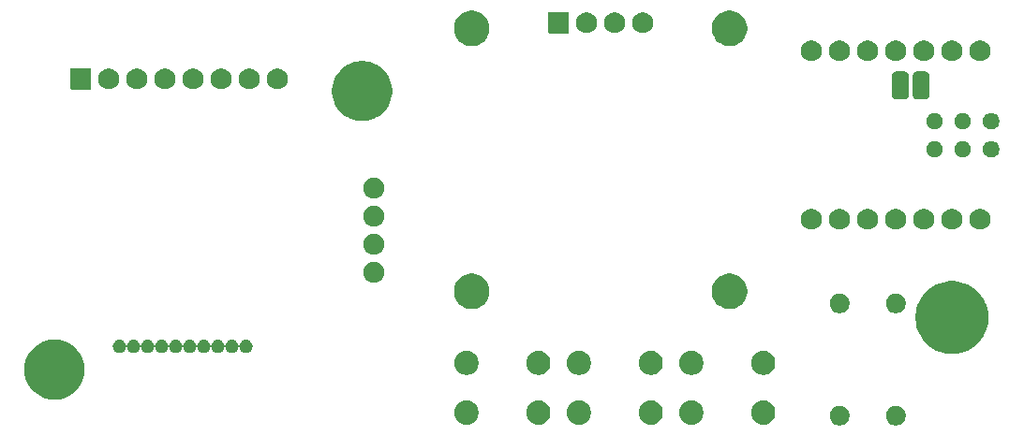
<source format=gbr>
%TF.GenerationSoftware,KiCad,Pcbnew,9.0.6*%
%TF.CreationDate,2025-12-26T01:47:04+08:00*%
%TF.ProjectId,hnr26-controller,686e7232-362d-4636-9f6e-74726f6c6c65,v0.0.6*%
%TF.SameCoordinates,Original*%
%TF.FileFunction,Soldermask,Bot*%
%TF.FilePolarity,Negative*%
%FSLAX46Y46*%
G04 Gerber Fmt 4.6, Leading zero omitted, Abs format (unit mm)*
G04 Created by KiCad (PCBNEW 9.0.6) date 2025-12-26 01:47:04*
%MOMM*%
%LPD*%
G01*
G04 APERTURE LIST*
G04 APERTURE END LIST*
G36*
X79001256Y4671246D02*
G01*
X79164257Y4603729D01*
X79310954Y4505709D01*
X79435709Y4380954D01*
X79533729Y4234257D01*
X79601246Y4071256D01*
X79635666Y3898215D01*
X79635666Y3721785D01*
X79601246Y3548744D01*
X79533729Y3385743D01*
X79435709Y3239046D01*
X79310954Y3114291D01*
X79164257Y3016271D01*
X79001256Y2948754D01*
X78828215Y2914334D01*
X78651785Y2914334D01*
X78478744Y2948754D01*
X78315743Y3016271D01*
X78169046Y3114291D01*
X78044291Y3239046D01*
X77946271Y3385743D01*
X77878754Y3548744D01*
X77844334Y3721785D01*
X77844334Y3898215D01*
X77878754Y4071256D01*
X77946271Y4234257D01*
X78044291Y4380954D01*
X78169046Y4505709D01*
X78315743Y4603729D01*
X78478744Y4671246D01*
X78651785Y4705666D01*
X78828215Y4705666D01*
X79001256Y4671246D01*
G37*
G36*
X84081256Y4671246D02*
G01*
X84244257Y4603729D01*
X84390954Y4505709D01*
X84515709Y4380954D01*
X84613729Y4234257D01*
X84681246Y4071256D01*
X84715666Y3898215D01*
X84715666Y3721785D01*
X84681246Y3548744D01*
X84613729Y3385743D01*
X84515709Y3239046D01*
X84390954Y3114291D01*
X84244257Y3016271D01*
X84081256Y2948754D01*
X83908215Y2914334D01*
X83731785Y2914334D01*
X83558744Y2948754D01*
X83395743Y3016271D01*
X83249046Y3114291D01*
X83124291Y3239046D01*
X83026271Y3385743D01*
X82958754Y3548744D01*
X82924334Y3721785D01*
X82924334Y3898215D01*
X82958754Y4071256D01*
X83026271Y4234257D01*
X83124291Y4380954D01*
X83249046Y4505709D01*
X83395743Y4603729D01*
X83558744Y4671246D01*
X83731785Y4705666D01*
X83908215Y4705666D01*
X84081256Y4671246D01*
G37*
G36*
X45266790Y5169607D02*
G01*
X45430952Y5116267D01*
X45584748Y5037904D01*
X45724393Y4936447D01*
X45846447Y4814393D01*
X45947904Y4674748D01*
X46026267Y4520952D01*
X46079607Y4356790D01*
X46106609Y4186305D01*
X46106609Y4013695D01*
X46079607Y3843210D01*
X46026267Y3679048D01*
X45947904Y3525252D01*
X45846447Y3385607D01*
X45724393Y3263553D01*
X45584748Y3162096D01*
X45430952Y3083733D01*
X45266790Y3030393D01*
X45096305Y3003391D01*
X44923695Y3003391D01*
X44753210Y3030393D01*
X44589048Y3083733D01*
X44435252Y3162096D01*
X44295607Y3263553D01*
X44173553Y3385607D01*
X44072096Y3525252D01*
X43993733Y3679048D01*
X43940393Y3843210D01*
X43913391Y4013695D01*
X43913391Y4186305D01*
X43940393Y4356790D01*
X43993733Y4520952D01*
X44072096Y4674748D01*
X44173553Y4814393D01*
X44295607Y4936447D01*
X44435252Y5037904D01*
X44589048Y5116267D01*
X44753210Y5169607D01*
X44923695Y5196609D01*
X45096305Y5196609D01*
X45266790Y5169607D01*
G37*
G36*
X51766790Y5169607D02*
G01*
X51930952Y5116267D01*
X52084748Y5037904D01*
X52224393Y4936447D01*
X52346447Y4814393D01*
X52447904Y4674748D01*
X52526267Y4520952D01*
X52579607Y4356790D01*
X52606609Y4186305D01*
X52606609Y4013695D01*
X52579607Y3843210D01*
X52526267Y3679048D01*
X52447904Y3525252D01*
X52346447Y3385607D01*
X52224393Y3263553D01*
X52084748Y3162096D01*
X51930952Y3083733D01*
X51766790Y3030393D01*
X51596305Y3003391D01*
X51423695Y3003391D01*
X51253210Y3030393D01*
X51089048Y3083733D01*
X50935252Y3162096D01*
X50795607Y3263553D01*
X50673553Y3385607D01*
X50572096Y3525252D01*
X50493733Y3679048D01*
X50440393Y3843210D01*
X50413391Y4013695D01*
X50413391Y4186305D01*
X50440393Y4356790D01*
X50493733Y4520952D01*
X50572096Y4674748D01*
X50673553Y4814393D01*
X50795607Y4936447D01*
X50935252Y5037904D01*
X51089048Y5116267D01*
X51253210Y5169607D01*
X51423695Y5196609D01*
X51596305Y5196609D01*
X51766790Y5169607D01*
G37*
G36*
X55426790Y5169607D02*
G01*
X55590952Y5116267D01*
X55744748Y5037904D01*
X55884393Y4936447D01*
X56006447Y4814393D01*
X56107904Y4674748D01*
X56186267Y4520952D01*
X56239607Y4356790D01*
X56266609Y4186305D01*
X56266609Y4013695D01*
X56239607Y3843210D01*
X56186267Y3679048D01*
X56107904Y3525252D01*
X56006447Y3385607D01*
X55884393Y3263553D01*
X55744748Y3162096D01*
X55590952Y3083733D01*
X55426790Y3030393D01*
X55256305Y3003391D01*
X55083695Y3003391D01*
X54913210Y3030393D01*
X54749048Y3083733D01*
X54595252Y3162096D01*
X54455607Y3263553D01*
X54333553Y3385607D01*
X54232096Y3525252D01*
X54153733Y3679048D01*
X54100393Y3843210D01*
X54073391Y4013695D01*
X54073391Y4186305D01*
X54100393Y4356790D01*
X54153733Y4520952D01*
X54232096Y4674748D01*
X54333553Y4814393D01*
X54455607Y4936447D01*
X54595252Y5037904D01*
X54749048Y5116267D01*
X54913210Y5169607D01*
X55083695Y5196609D01*
X55256305Y5196609D01*
X55426790Y5169607D01*
G37*
G36*
X61926790Y5169607D02*
G01*
X62090952Y5116267D01*
X62244748Y5037904D01*
X62384393Y4936447D01*
X62506447Y4814393D01*
X62607904Y4674748D01*
X62686267Y4520952D01*
X62739607Y4356790D01*
X62766609Y4186305D01*
X62766609Y4013695D01*
X62739607Y3843210D01*
X62686267Y3679048D01*
X62607904Y3525252D01*
X62506447Y3385607D01*
X62384393Y3263553D01*
X62244748Y3162096D01*
X62090952Y3083733D01*
X61926790Y3030393D01*
X61756305Y3003391D01*
X61583695Y3003391D01*
X61413210Y3030393D01*
X61249048Y3083733D01*
X61095252Y3162096D01*
X60955607Y3263553D01*
X60833553Y3385607D01*
X60732096Y3525252D01*
X60653733Y3679048D01*
X60600393Y3843210D01*
X60573391Y4013695D01*
X60573391Y4186305D01*
X60600393Y4356790D01*
X60653733Y4520952D01*
X60732096Y4674748D01*
X60833553Y4814393D01*
X60955607Y4936447D01*
X61095252Y5037904D01*
X61249048Y5116267D01*
X61413210Y5169607D01*
X61583695Y5196609D01*
X61756305Y5196609D01*
X61926790Y5169607D01*
G37*
G36*
X65586790Y5169607D02*
G01*
X65750952Y5116267D01*
X65904748Y5037904D01*
X66044393Y4936447D01*
X66166447Y4814393D01*
X66267904Y4674748D01*
X66346267Y4520952D01*
X66399607Y4356790D01*
X66426609Y4186305D01*
X66426609Y4013695D01*
X66399607Y3843210D01*
X66346267Y3679048D01*
X66267904Y3525252D01*
X66166447Y3385607D01*
X66044393Y3263553D01*
X65904748Y3162096D01*
X65750952Y3083733D01*
X65586790Y3030393D01*
X65416305Y3003391D01*
X65243695Y3003391D01*
X65073210Y3030393D01*
X64909048Y3083733D01*
X64755252Y3162096D01*
X64615607Y3263553D01*
X64493553Y3385607D01*
X64392096Y3525252D01*
X64313733Y3679048D01*
X64260393Y3843210D01*
X64233391Y4013695D01*
X64233391Y4186305D01*
X64260393Y4356790D01*
X64313733Y4520952D01*
X64392096Y4674748D01*
X64493553Y4814393D01*
X64615607Y4936447D01*
X64755252Y5037904D01*
X64909048Y5116267D01*
X65073210Y5169607D01*
X65243695Y5196609D01*
X65416305Y5196609D01*
X65586790Y5169607D01*
G37*
G36*
X72086790Y5169607D02*
G01*
X72250952Y5116267D01*
X72404748Y5037904D01*
X72544393Y4936447D01*
X72666447Y4814393D01*
X72767904Y4674748D01*
X72846267Y4520952D01*
X72899607Y4356790D01*
X72926609Y4186305D01*
X72926609Y4013695D01*
X72899607Y3843210D01*
X72846267Y3679048D01*
X72767904Y3525252D01*
X72666447Y3385607D01*
X72544393Y3263553D01*
X72404748Y3162096D01*
X72250952Y3083733D01*
X72086790Y3030393D01*
X71916305Y3003391D01*
X71743695Y3003391D01*
X71573210Y3030393D01*
X71409048Y3083733D01*
X71255252Y3162096D01*
X71115607Y3263553D01*
X70993553Y3385607D01*
X70892096Y3525252D01*
X70813733Y3679048D01*
X70760393Y3843210D01*
X70733391Y4013695D01*
X70733391Y4186305D01*
X70760393Y4356790D01*
X70813733Y4520952D01*
X70892096Y4674748D01*
X70993553Y4814393D01*
X71115607Y4936447D01*
X71255252Y5037904D01*
X71409048Y5116267D01*
X71573210Y5169607D01*
X71743695Y5196609D01*
X71916305Y5196609D01*
X72086790Y5169607D01*
G37*
G36*
X8246454Y10676499D02*
G01*
X8544377Y10608500D01*
X8832812Y10507572D01*
X9108134Y10374984D01*
X9366879Y10212403D01*
X9605794Y10021875D01*
X9821875Y9805794D01*
X10012403Y9566879D01*
X10174984Y9308134D01*
X10307572Y9032812D01*
X10408500Y8744377D01*
X10476499Y8446454D01*
X10510713Y8142792D01*
X10510713Y7837208D01*
X10476499Y7533546D01*
X10408500Y7235623D01*
X10307572Y6947188D01*
X10174984Y6671866D01*
X10012403Y6413121D01*
X9821875Y6174206D01*
X9605794Y5958125D01*
X9366879Y5767597D01*
X9108134Y5605016D01*
X8832812Y5472428D01*
X8544377Y5371500D01*
X8246454Y5303501D01*
X7942792Y5269287D01*
X7637208Y5269287D01*
X7333546Y5303501D01*
X7035623Y5371500D01*
X6747188Y5472428D01*
X6471866Y5605016D01*
X6213121Y5767597D01*
X5974206Y5958125D01*
X5758125Y6174206D01*
X5567597Y6413121D01*
X5405016Y6671866D01*
X5272428Y6947188D01*
X5171500Y7235623D01*
X5103501Y7533546D01*
X5069287Y7837208D01*
X5069287Y8142792D01*
X5103501Y8446454D01*
X5171500Y8744377D01*
X5272428Y9032812D01*
X5405016Y9308134D01*
X5567597Y9566879D01*
X5758125Y9805794D01*
X5974206Y10021875D01*
X6213121Y10212403D01*
X6471866Y10374984D01*
X6747188Y10507572D01*
X7035623Y10608500D01*
X7333546Y10676499D01*
X7637208Y10710713D01*
X7942792Y10710713D01*
X8246454Y10676499D01*
G37*
G36*
X45266790Y9669607D02*
G01*
X45430952Y9616267D01*
X45584748Y9537904D01*
X45724393Y9436447D01*
X45846447Y9314393D01*
X45947904Y9174748D01*
X46026267Y9020952D01*
X46079607Y8856790D01*
X46106609Y8686305D01*
X46106609Y8513695D01*
X46079607Y8343210D01*
X46026267Y8179048D01*
X45947904Y8025252D01*
X45846447Y7885607D01*
X45724393Y7763553D01*
X45584748Y7662096D01*
X45430952Y7583733D01*
X45266790Y7530393D01*
X45096305Y7503391D01*
X44923695Y7503391D01*
X44753210Y7530393D01*
X44589048Y7583733D01*
X44435252Y7662096D01*
X44295607Y7763553D01*
X44173553Y7885607D01*
X44072096Y8025252D01*
X43993733Y8179048D01*
X43940393Y8343210D01*
X43913391Y8513695D01*
X43913391Y8686305D01*
X43940393Y8856790D01*
X43993733Y9020952D01*
X44072096Y9174748D01*
X44173553Y9314393D01*
X44295607Y9436447D01*
X44435252Y9537904D01*
X44589048Y9616267D01*
X44753210Y9669607D01*
X44923695Y9696609D01*
X45096305Y9696609D01*
X45266790Y9669607D01*
G37*
G36*
X51766790Y9669607D02*
G01*
X51930952Y9616267D01*
X52084748Y9537904D01*
X52224393Y9436447D01*
X52346447Y9314393D01*
X52447904Y9174748D01*
X52526267Y9020952D01*
X52579607Y8856790D01*
X52606609Y8686305D01*
X52606609Y8513695D01*
X52579607Y8343210D01*
X52526267Y8179048D01*
X52447904Y8025252D01*
X52346447Y7885607D01*
X52224393Y7763553D01*
X52084748Y7662096D01*
X51930952Y7583733D01*
X51766790Y7530393D01*
X51596305Y7503391D01*
X51423695Y7503391D01*
X51253210Y7530393D01*
X51089048Y7583733D01*
X50935252Y7662096D01*
X50795607Y7763553D01*
X50673553Y7885607D01*
X50572096Y8025252D01*
X50493733Y8179048D01*
X50440393Y8343210D01*
X50413391Y8513695D01*
X50413391Y8686305D01*
X50440393Y8856790D01*
X50493733Y9020952D01*
X50572096Y9174748D01*
X50673553Y9314393D01*
X50795607Y9436447D01*
X50935252Y9537904D01*
X51089048Y9616267D01*
X51253210Y9669607D01*
X51423695Y9696609D01*
X51596305Y9696609D01*
X51766790Y9669607D01*
G37*
G36*
X55426790Y9669607D02*
G01*
X55590952Y9616267D01*
X55744748Y9537904D01*
X55884393Y9436447D01*
X56006447Y9314393D01*
X56107904Y9174748D01*
X56186267Y9020952D01*
X56239607Y8856790D01*
X56266609Y8686305D01*
X56266609Y8513695D01*
X56239607Y8343210D01*
X56186267Y8179048D01*
X56107904Y8025252D01*
X56006447Y7885607D01*
X55884393Y7763553D01*
X55744748Y7662096D01*
X55590952Y7583733D01*
X55426790Y7530393D01*
X55256305Y7503391D01*
X55083695Y7503391D01*
X54913210Y7530393D01*
X54749048Y7583733D01*
X54595252Y7662096D01*
X54455607Y7763553D01*
X54333553Y7885607D01*
X54232096Y8025252D01*
X54153733Y8179048D01*
X54100393Y8343210D01*
X54073391Y8513695D01*
X54073391Y8686305D01*
X54100393Y8856790D01*
X54153733Y9020952D01*
X54232096Y9174748D01*
X54333553Y9314393D01*
X54455607Y9436447D01*
X54595252Y9537904D01*
X54749048Y9616267D01*
X54913210Y9669607D01*
X55083695Y9696609D01*
X55256305Y9696609D01*
X55426790Y9669607D01*
G37*
G36*
X61926790Y9669607D02*
G01*
X62090952Y9616267D01*
X62244748Y9537904D01*
X62384393Y9436447D01*
X62506447Y9314393D01*
X62607904Y9174748D01*
X62686267Y9020952D01*
X62739607Y8856790D01*
X62766609Y8686305D01*
X62766609Y8513695D01*
X62739607Y8343210D01*
X62686267Y8179048D01*
X62607904Y8025252D01*
X62506447Y7885607D01*
X62384393Y7763553D01*
X62244748Y7662096D01*
X62090952Y7583733D01*
X61926790Y7530393D01*
X61756305Y7503391D01*
X61583695Y7503391D01*
X61413210Y7530393D01*
X61249048Y7583733D01*
X61095252Y7662096D01*
X60955607Y7763553D01*
X60833553Y7885607D01*
X60732096Y8025252D01*
X60653733Y8179048D01*
X60600393Y8343210D01*
X60573391Y8513695D01*
X60573391Y8686305D01*
X60600393Y8856790D01*
X60653733Y9020952D01*
X60732096Y9174748D01*
X60833553Y9314393D01*
X60955607Y9436447D01*
X61095252Y9537904D01*
X61249048Y9616267D01*
X61413210Y9669607D01*
X61583695Y9696609D01*
X61756305Y9696609D01*
X61926790Y9669607D01*
G37*
G36*
X65586790Y9669607D02*
G01*
X65750952Y9616267D01*
X65904748Y9537904D01*
X66044393Y9436447D01*
X66166447Y9314393D01*
X66267904Y9174748D01*
X66346267Y9020952D01*
X66399607Y8856790D01*
X66426609Y8686305D01*
X66426609Y8513695D01*
X66399607Y8343210D01*
X66346267Y8179048D01*
X66267904Y8025252D01*
X66166447Y7885607D01*
X66044393Y7763553D01*
X65904748Y7662096D01*
X65750952Y7583733D01*
X65586790Y7530393D01*
X65416305Y7503391D01*
X65243695Y7503391D01*
X65073210Y7530393D01*
X64909048Y7583733D01*
X64755252Y7662096D01*
X64615607Y7763553D01*
X64493553Y7885607D01*
X64392096Y8025252D01*
X64313733Y8179048D01*
X64260393Y8343210D01*
X64233391Y8513695D01*
X64233391Y8686305D01*
X64260393Y8856790D01*
X64313733Y9020952D01*
X64392096Y9174748D01*
X64493553Y9314393D01*
X64615607Y9436447D01*
X64755252Y9537904D01*
X64909048Y9616267D01*
X65073210Y9669607D01*
X65243695Y9696609D01*
X65416305Y9696609D01*
X65586790Y9669607D01*
G37*
G36*
X72086790Y9669607D02*
G01*
X72250952Y9616267D01*
X72404748Y9537904D01*
X72544393Y9436447D01*
X72666447Y9314393D01*
X72767904Y9174748D01*
X72846267Y9020952D01*
X72899607Y8856790D01*
X72926609Y8686305D01*
X72926609Y8513695D01*
X72899607Y8343210D01*
X72846267Y8179048D01*
X72767904Y8025252D01*
X72666447Y7885607D01*
X72544393Y7763553D01*
X72404748Y7662096D01*
X72250952Y7583733D01*
X72086790Y7530393D01*
X71916305Y7503391D01*
X71743695Y7503391D01*
X71573210Y7530393D01*
X71409048Y7583733D01*
X71255252Y7662096D01*
X71115607Y7763553D01*
X70993553Y7885607D01*
X70892096Y8025252D01*
X70813733Y8179048D01*
X70760393Y8343210D01*
X70733391Y8513695D01*
X70733391Y8686305D01*
X70760393Y8856790D01*
X70813733Y9020952D01*
X70892096Y9174748D01*
X70993553Y9314393D01*
X71115607Y9436447D01*
X71255252Y9537904D01*
X71409048Y9616267D01*
X71573210Y9669607D01*
X71743695Y9696609D01*
X71916305Y9696609D01*
X72086790Y9669607D01*
G37*
G36*
X89384211Y15964282D02*
G01*
X89701835Y15901103D01*
X90011737Y15807095D01*
X90310932Y15683165D01*
X90596539Y15530504D01*
X90865808Y15350585D01*
X91116145Y15145139D01*
X91345139Y14916145D01*
X91550585Y14665808D01*
X91730504Y14396539D01*
X91883165Y14110932D01*
X92007095Y13811737D01*
X92101103Y13501835D01*
X92164282Y13184211D01*
X92196025Y12861923D01*
X92196025Y12538077D01*
X92164282Y12215789D01*
X92101103Y11898165D01*
X92007095Y11588263D01*
X91883165Y11289068D01*
X91730504Y11003461D01*
X91550585Y10734192D01*
X91345139Y10483855D01*
X91116145Y10254861D01*
X90865808Y10049415D01*
X90596539Y9869496D01*
X90310932Y9716835D01*
X90011737Y9592905D01*
X89701835Y9498897D01*
X89384211Y9435718D01*
X89061923Y9403975D01*
X88738077Y9403975D01*
X88415789Y9435718D01*
X88098165Y9498897D01*
X87788263Y9592905D01*
X87489068Y9716835D01*
X87203461Y9869496D01*
X86934192Y10049415D01*
X86683855Y10254861D01*
X86454861Y10483855D01*
X86249415Y10734192D01*
X86069496Y11003461D01*
X85916835Y11289068D01*
X85792905Y11588263D01*
X85698897Y11898165D01*
X85635718Y12215789D01*
X85603975Y12538077D01*
X85603975Y12861923D01*
X85635718Y13184211D01*
X85698897Y13501835D01*
X85792905Y13811737D01*
X85916835Y14110932D01*
X86069496Y14396539D01*
X86249415Y14665808D01*
X86454861Y14916145D01*
X86683855Y15145139D01*
X86934192Y15350585D01*
X87203461Y15530504D01*
X87489068Y15683165D01*
X87788263Y15807095D01*
X88098165Y15901103D01*
X88415789Y15964282D01*
X88738077Y15996025D01*
X89061923Y15996025D01*
X89384211Y15964282D01*
G37*
G36*
X13728858Y10684867D02*
G01*
X13738316Y10684867D01*
X13765563Y10677567D01*
X13834099Y10663934D01*
X13866448Y10650535D01*
X13889610Y10644328D01*
X13910377Y10632338D01*
X13942722Y10618940D01*
X14000816Y10580123D01*
X14025257Y10566012D01*
X14031946Y10559323D01*
X14040481Y10553620D01*
X14123619Y10470482D01*
X14129321Y10461948D01*
X14136012Y10455257D01*
X14150124Y10430814D01*
X14188939Y10372723D01*
X14202335Y10340382D01*
X14214328Y10319610D01*
X14220535Y10296445D01*
X14233933Y10264100D01*
X14247564Y10195569D01*
X14254867Y10168316D01*
X14254867Y10163382D01*
X14335133Y10163382D01*
X14335133Y10168316D01*
X14342434Y10195564D01*
X14356066Y10264100D01*
X14369466Y10296452D01*
X14375672Y10319610D01*
X14387660Y10340376D01*
X14401060Y10372723D01*
X14439881Y10430825D01*
X14453988Y10455257D01*
X14460675Y10461945D01*
X14466380Y10470482D01*
X14549518Y10553620D01*
X14558055Y10559325D01*
X14564743Y10566012D01*
X14589175Y10580119D01*
X14647277Y10618940D01*
X14679624Y10632340D01*
X14700390Y10644328D01*
X14723548Y10650534D01*
X14755900Y10663934D01*
X14824437Y10677567D01*
X14851684Y10684867D01*
X14861142Y10684867D01*
X14871212Y10686870D01*
X14988788Y10686870D01*
X14998858Y10684867D01*
X15008316Y10684867D01*
X15035563Y10677567D01*
X15104099Y10663934D01*
X15136448Y10650535D01*
X15159610Y10644328D01*
X15180377Y10632338D01*
X15212722Y10618940D01*
X15270816Y10580123D01*
X15295257Y10566012D01*
X15301946Y10559323D01*
X15310481Y10553620D01*
X15393619Y10470482D01*
X15399321Y10461948D01*
X15406012Y10455257D01*
X15420124Y10430814D01*
X15458939Y10372723D01*
X15472335Y10340382D01*
X15484328Y10319610D01*
X15490535Y10296445D01*
X15503933Y10264100D01*
X15517564Y10195569D01*
X15524867Y10168316D01*
X15524867Y10163382D01*
X15605133Y10163382D01*
X15605133Y10168316D01*
X15612434Y10195564D01*
X15626066Y10264100D01*
X15639466Y10296452D01*
X15645672Y10319610D01*
X15657660Y10340376D01*
X15671060Y10372723D01*
X15709881Y10430825D01*
X15723988Y10455257D01*
X15730675Y10461945D01*
X15736380Y10470482D01*
X15819518Y10553620D01*
X15828055Y10559325D01*
X15834743Y10566012D01*
X15859175Y10580119D01*
X15917277Y10618940D01*
X15949624Y10632340D01*
X15970390Y10644328D01*
X15993548Y10650534D01*
X16025900Y10663934D01*
X16094437Y10677567D01*
X16121684Y10684867D01*
X16131142Y10684867D01*
X16141212Y10686870D01*
X16258788Y10686870D01*
X16268858Y10684867D01*
X16278316Y10684867D01*
X16305563Y10677567D01*
X16374099Y10663934D01*
X16406448Y10650535D01*
X16429610Y10644328D01*
X16450377Y10632338D01*
X16482722Y10618940D01*
X16540816Y10580123D01*
X16565257Y10566012D01*
X16571946Y10559323D01*
X16580481Y10553620D01*
X16663619Y10470482D01*
X16669321Y10461948D01*
X16676012Y10455257D01*
X16690124Y10430814D01*
X16728939Y10372723D01*
X16742335Y10340382D01*
X16754328Y10319610D01*
X16760535Y10296445D01*
X16773933Y10264100D01*
X16787564Y10195569D01*
X16794867Y10168316D01*
X16794867Y10163382D01*
X16875133Y10163382D01*
X16875133Y10168316D01*
X16882434Y10195564D01*
X16896066Y10264100D01*
X16909466Y10296452D01*
X16915672Y10319610D01*
X16927660Y10340376D01*
X16941060Y10372723D01*
X16979881Y10430825D01*
X16993988Y10455257D01*
X17000675Y10461945D01*
X17006380Y10470482D01*
X17089518Y10553620D01*
X17098055Y10559325D01*
X17104743Y10566012D01*
X17129175Y10580119D01*
X17187277Y10618940D01*
X17219624Y10632340D01*
X17240390Y10644328D01*
X17263548Y10650534D01*
X17295900Y10663934D01*
X17364437Y10677567D01*
X17391684Y10684867D01*
X17401142Y10684867D01*
X17411212Y10686870D01*
X17528788Y10686870D01*
X17538858Y10684867D01*
X17548316Y10684867D01*
X17575563Y10677567D01*
X17644099Y10663934D01*
X17676448Y10650535D01*
X17699610Y10644328D01*
X17720377Y10632338D01*
X17752722Y10618940D01*
X17810816Y10580123D01*
X17835257Y10566012D01*
X17841946Y10559323D01*
X17850481Y10553620D01*
X17933619Y10470482D01*
X17939321Y10461948D01*
X17946012Y10455257D01*
X17960124Y10430814D01*
X17998939Y10372723D01*
X18012335Y10340382D01*
X18024328Y10319610D01*
X18030535Y10296445D01*
X18043933Y10264100D01*
X18057564Y10195569D01*
X18064867Y10168316D01*
X18064867Y10163382D01*
X18145133Y10163382D01*
X18145133Y10168316D01*
X18152434Y10195564D01*
X18166066Y10264100D01*
X18179466Y10296452D01*
X18185672Y10319610D01*
X18197660Y10340376D01*
X18211060Y10372723D01*
X18249881Y10430825D01*
X18263988Y10455257D01*
X18270675Y10461945D01*
X18276380Y10470482D01*
X18359518Y10553620D01*
X18368055Y10559325D01*
X18374743Y10566012D01*
X18399175Y10580119D01*
X18457277Y10618940D01*
X18489624Y10632340D01*
X18510390Y10644328D01*
X18533548Y10650534D01*
X18565900Y10663934D01*
X18634437Y10677567D01*
X18661684Y10684867D01*
X18671142Y10684867D01*
X18681212Y10686870D01*
X18798788Y10686870D01*
X18808858Y10684867D01*
X18818316Y10684867D01*
X18845563Y10677567D01*
X18914099Y10663934D01*
X18946448Y10650535D01*
X18969610Y10644328D01*
X18990377Y10632338D01*
X19022722Y10618940D01*
X19080816Y10580123D01*
X19105257Y10566012D01*
X19111946Y10559323D01*
X19120481Y10553620D01*
X19203619Y10470482D01*
X19209321Y10461948D01*
X19216012Y10455257D01*
X19230124Y10430814D01*
X19268939Y10372723D01*
X19282335Y10340382D01*
X19294328Y10319610D01*
X19300535Y10296445D01*
X19313933Y10264100D01*
X19327564Y10195569D01*
X19334867Y10168316D01*
X19334867Y10163382D01*
X19415133Y10163382D01*
X19415133Y10168316D01*
X19422434Y10195564D01*
X19436066Y10264100D01*
X19449466Y10296452D01*
X19455672Y10319610D01*
X19467660Y10340376D01*
X19481060Y10372723D01*
X19519881Y10430825D01*
X19533988Y10455257D01*
X19540675Y10461945D01*
X19546380Y10470482D01*
X19629518Y10553620D01*
X19638055Y10559325D01*
X19644743Y10566012D01*
X19669175Y10580119D01*
X19727277Y10618940D01*
X19759624Y10632340D01*
X19780390Y10644328D01*
X19803548Y10650534D01*
X19835900Y10663934D01*
X19904437Y10677567D01*
X19931684Y10684867D01*
X19941142Y10684867D01*
X19951212Y10686870D01*
X20068788Y10686870D01*
X20078858Y10684867D01*
X20088316Y10684867D01*
X20115563Y10677567D01*
X20184099Y10663934D01*
X20216448Y10650535D01*
X20239610Y10644328D01*
X20260377Y10632338D01*
X20292722Y10618940D01*
X20350816Y10580123D01*
X20375257Y10566012D01*
X20381946Y10559323D01*
X20390481Y10553620D01*
X20473619Y10470482D01*
X20479321Y10461948D01*
X20486012Y10455257D01*
X20500124Y10430814D01*
X20538939Y10372723D01*
X20552335Y10340382D01*
X20564328Y10319610D01*
X20570535Y10296445D01*
X20583933Y10264100D01*
X20597564Y10195569D01*
X20604867Y10168316D01*
X20604867Y10163382D01*
X20685133Y10163382D01*
X20685133Y10168316D01*
X20692434Y10195564D01*
X20706066Y10264100D01*
X20719466Y10296452D01*
X20725672Y10319610D01*
X20737660Y10340376D01*
X20751060Y10372723D01*
X20789881Y10430825D01*
X20803988Y10455257D01*
X20810675Y10461945D01*
X20816380Y10470482D01*
X20899518Y10553620D01*
X20908055Y10559325D01*
X20914743Y10566012D01*
X20939175Y10580119D01*
X20997277Y10618940D01*
X21029624Y10632340D01*
X21050390Y10644328D01*
X21073548Y10650534D01*
X21105900Y10663934D01*
X21174437Y10677567D01*
X21201684Y10684867D01*
X21211142Y10684867D01*
X21221212Y10686870D01*
X21338788Y10686870D01*
X21348858Y10684867D01*
X21358316Y10684867D01*
X21385563Y10677567D01*
X21454099Y10663934D01*
X21486448Y10650535D01*
X21509610Y10644328D01*
X21530377Y10632338D01*
X21562722Y10618940D01*
X21620816Y10580123D01*
X21645257Y10566012D01*
X21651946Y10559323D01*
X21660481Y10553620D01*
X21743619Y10470482D01*
X21749321Y10461948D01*
X21756012Y10455257D01*
X21770124Y10430814D01*
X21808939Y10372723D01*
X21822335Y10340382D01*
X21834328Y10319610D01*
X21840535Y10296445D01*
X21853933Y10264100D01*
X21867564Y10195569D01*
X21874867Y10168316D01*
X21874867Y10163382D01*
X21955133Y10163382D01*
X21955133Y10168316D01*
X21962434Y10195564D01*
X21976066Y10264100D01*
X21989466Y10296452D01*
X21995672Y10319610D01*
X22007660Y10340376D01*
X22021060Y10372723D01*
X22059881Y10430825D01*
X22073988Y10455257D01*
X22080675Y10461945D01*
X22086380Y10470482D01*
X22169518Y10553620D01*
X22178055Y10559325D01*
X22184743Y10566012D01*
X22209175Y10580119D01*
X22267277Y10618940D01*
X22299624Y10632340D01*
X22320390Y10644328D01*
X22343548Y10650534D01*
X22375900Y10663934D01*
X22444437Y10677567D01*
X22471684Y10684867D01*
X22481142Y10684867D01*
X22491212Y10686870D01*
X22608788Y10686870D01*
X22618858Y10684867D01*
X22628316Y10684867D01*
X22655563Y10677567D01*
X22724099Y10663934D01*
X22756448Y10650535D01*
X22779610Y10644328D01*
X22800377Y10632338D01*
X22832722Y10618940D01*
X22890816Y10580123D01*
X22915257Y10566012D01*
X22921946Y10559323D01*
X22930481Y10553620D01*
X23013619Y10470482D01*
X23019321Y10461948D01*
X23026012Y10455257D01*
X23040124Y10430814D01*
X23078939Y10372723D01*
X23092335Y10340382D01*
X23104328Y10319610D01*
X23110535Y10296445D01*
X23123933Y10264100D01*
X23137564Y10195569D01*
X23144867Y10168316D01*
X23144867Y10163382D01*
X23225133Y10163382D01*
X23225133Y10168316D01*
X23232434Y10195564D01*
X23246066Y10264100D01*
X23259466Y10296452D01*
X23265672Y10319610D01*
X23277660Y10340376D01*
X23291060Y10372723D01*
X23329881Y10430825D01*
X23343988Y10455257D01*
X23350675Y10461945D01*
X23356380Y10470482D01*
X23439518Y10553620D01*
X23448055Y10559325D01*
X23454743Y10566012D01*
X23479175Y10580119D01*
X23537277Y10618940D01*
X23569624Y10632340D01*
X23590390Y10644328D01*
X23613548Y10650534D01*
X23645900Y10663934D01*
X23714437Y10677567D01*
X23741684Y10684867D01*
X23751142Y10684867D01*
X23761212Y10686870D01*
X23878788Y10686870D01*
X23888858Y10684867D01*
X23898316Y10684867D01*
X23925563Y10677567D01*
X23994099Y10663934D01*
X24026448Y10650535D01*
X24049610Y10644328D01*
X24070377Y10632338D01*
X24102722Y10618940D01*
X24160816Y10580123D01*
X24185257Y10566012D01*
X24191946Y10559323D01*
X24200481Y10553620D01*
X24283619Y10470482D01*
X24289321Y10461948D01*
X24296012Y10455257D01*
X24310124Y10430814D01*
X24348939Y10372723D01*
X24362335Y10340382D01*
X24374328Y10319610D01*
X24380535Y10296445D01*
X24393933Y10264100D01*
X24407564Y10195569D01*
X24414867Y10168316D01*
X24414867Y10163382D01*
X24495133Y10163382D01*
X24495133Y10168316D01*
X24502434Y10195564D01*
X24516066Y10264100D01*
X24529466Y10296452D01*
X24535672Y10319610D01*
X24547660Y10340376D01*
X24561060Y10372723D01*
X24599881Y10430825D01*
X24613988Y10455257D01*
X24620675Y10461945D01*
X24626380Y10470482D01*
X24709518Y10553620D01*
X24718055Y10559325D01*
X24724743Y10566012D01*
X24749175Y10580119D01*
X24807277Y10618940D01*
X24839624Y10632340D01*
X24860390Y10644328D01*
X24883548Y10650534D01*
X24915900Y10663934D01*
X24984437Y10677567D01*
X25011684Y10684867D01*
X25021142Y10684867D01*
X25031212Y10686870D01*
X25148788Y10686870D01*
X25158858Y10684867D01*
X25168316Y10684867D01*
X25195563Y10677567D01*
X25264099Y10663934D01*
X25296448Y10650535D01*
X25319610Y10644328D01*
X25340377Y10632338D01*
X25372722Y10618940D01*
X25430816Y10580123D01*
X25455257Y10566012D01*
X25461946Y10559323D01*
X25470481Y10553620D01*
X25553619Y10470482D01*
X25559321Y10461948D01*
X25566012Y10455257D01*
X25580124Y10430814D01*
X25618939Y10372723D01*
X25632335Y10340382D01*
X25644328Y10319610D01*
X25650535Y10296445D01*
X25663933Y10264100D01*
X25677565Y10195567D01*
X25684867Y10168316D01*
X25684867Y10158859D01*
X25686870Y10148789D01*
X25686870Y10031212D01*
X25684867Y10021143D01*
X25684867Y10011684D01*
X25677564Y9984431D01*
X25663933Y9915901D01*
X25650535Y9883559D01*
X25644328Y9860390D01*
X25632334Y9839617D01*
X25618939Y9807278D01*
X25580128Y9749195D01*
X25566012Y9724743D01*
X25559319Y9718051D01*
X25553619Y9709519D01*
X25470481Y9626381D01*
X25461949Y9620681D01*
X25455257Y9613988D01*
X25430805Y9599872D01*
X25372722Y9561061D01*
X25340383Y9547666D01*
X25319610Y9535672D01*
X25296441Y9529465D01*
X25264099Y9516067D01*
X25195569Y9502436D01*
X25168316Y9495133D01*
X25158858Y9495133D01*
X25148788Y9493130D01*
X25031212Y9493130D01*
X25021142Y9495133D01*
X25011684Y9495133D01*
X24984432Y9502436D01*
X24915900Y9516067D01*
X24883555Y9529465D01*
X24860390Y9535672D01*
X24839618Y9547665D01*
X24807277Y9561061D01*
X24749186Y9599876D01*
X24724743Y9613988D01*
X24718052Y9620679D01*
X24709518Y9626381D01*
X24626380Y9709519D01*
X24620677Y9718054D01*
X24613988Y9724743D01*
X24599877Y9749184D01*
X24561060Y9807278D01*
X24547662Y9839623D01*
X24535672Y9860390D01*
X24529465Y9883552D01*
X24516066Y9915901D01*
X24502434Y9984434D01*
X24495133Y10011684D01*
X24495133Y10016619D01*
X24414867Y10016619D01*
X24414867Y10011684D01*
X24407563Y9984429D01*
X24393933Y9915901D01*
X24380535Y9883559D01*
X24374328Y9860390D01*
X24362334Y9839617D01*
X24348939Y9807278D01*
X24310128Y9749195D01*
X24296012Y9724743D01*
X24289319Y9718051D01*
X24283619Y9709519D01*
X24200481Y9626381D01*
X24191949Y9620681D01*
X24185257Y9613988D01*
X24160805Y9599872D01*
X24102722Y9561061D01*
X24070383Y9547666D01*
X24049610Y9535672D01*
X24026441Y9529465D01*
X23994099Y9516067D01*
X23925569Y9502436D01*
X23898316Y9495133D01*
X23888858Y9495133D01*
X23878788Y9493130D01*
X23761212Y9493130D01*
X23751142Y9495133D01*
X23741684Y9495133D01*
X23714432Y9502436D01*
X23645900Y9516067D01*
X23613555Y9529465D01*
X23590390Y9535672D01*
X23569618Y9547665D01*
X23537277Y9561061D01*
X23479186Y9599876D01*
X23454743Y9613988D01*
X23448052Y9620679D01*
X23439518Y9626381D01*
X23356380Y9709519D01*
X23350677Y9718054D01*
X23343988Y9724743D01*
X23329877Y9749184D01*
X23291060Y9807278D01*
X23277662Y9839623D01*
X23265672Y9860390D01*
X23259465Y9883552D01*
X23246066Y9915901D01*
X23232434Y9984434D01*
X23225133Y10011684D01*
X23225133Y10016619D01*
X23144867Y10016619D01*
X23144867Y10011684D01*
X23137563Y9984429D01*
X23123933Y9915901D01*
X23110535Y9883559D01*
X23104328Y9860390D01*
X23092334Y9839617D01*
X23078939Y9807278D01*
X23040128Y9749195D01*
X23026012Y9724743D01*
X23019319Y9718051D01*
X23013619Y9709519D01*
X22930481Y9626381D01*
X22921949Y9620681D01*
X22915257Y9613988D01*
X22890805Y9599872D01*
X22832722Y9561061D01*
X22800383Y9547666D01*
X22779610Y9535672D01*
X22756441Y9529465D01*
X22724099Y9516067D01*
X22655569Y9502436D01*
X22628316Y9495133D01*
X22618858Y9495133D01*
X22608788Y9493130D01*
X22491212Y9493130D01*
X22481142Y9495133D01*
X22471684Y9495133D01*
X22444432Y9502436D01*
X22375900Y9516067D01*
X22343555Y9529465D01*
X22320390Y9535672D01*
X22299618Y9547665D01*
X22267277Y9561061D01*
X22209186Y9599876D01*
X22184743Y9613988D01*
X22178052Y9620679D01*
X22169518Y9626381D01*
X22086380Y9709519D01*
X22080677Y9718054D01*
X22073988Y9724743D01*
X22059877Y9749184D01*
X22021060Y9807278D01*
X22007662Y9839623D01*
X21995672Y9860390D01*
X21989465Y9883552D01*
X21976066Y9915901D01*
X21962434Y9984434D01*
X21955133Y10011684D01*
X21955133Y10016619D01*
X21874867Y10016619D01*
X21874867Y10011684D01*
X21867563Y9984429D01*
X21853933Y9915901D01*
X21840535Y9883559D01*
X21834328Y9860390D01*
X21822334Y9839617D01*
X21808939Y9807278D01*
X21770128Y9749195D01*
X21756012Y9724743D01*
X21749319Y9718051D01*
X21743619Y9709519D01*
X21660481Y9626381D01*
X21651949Y9620681D01*
X21645257Y9613988D01*
X21620805Y9599872D01*
X21562722Y9561061D01*
X21530383Y9547666D01*
X21509610Y9535672D01*
X21486441Y9529465D01*
X21454099Y9516067D01*
X21385569Y9502436D01*
X21358316Y9495133D01*
X21348858Y9495133D01*
X21338788Y9493130D01*
X21221212Y9493130D01*
X21211142Y9495133D01*
X21201684Y9495133D01*
X21174432Y9502436D01*
X21105900Y9516067D01*
X21073555Y9529465D01*
X21050390Y9535672D01*
X21029618Y9547665D01*
X20997277Y9561061D01*
X20939186Y9599876D01*
X20914743Y9613988D01*
X20908052Y9620679D01*
X20899518Y9626381D01*
X20816380Y9709519D01*
X20810677Y9718054D01*
X20803988Y9724743D01*
X20789877Y9749184D01*
X20751060Y9807278D01*
X20737662Y9839623D01*
X20725672Y9860390D01*
X20719465Y9883552D01*
X20706066Y9915901D01*
X20692434Y9984434D01*
X20685133Y10011684D01*
X20685133Y10016619D01*
X20604867Y10016619D01*
X20604867Y10011684D01*
X20597563Y9984429D01*
X20583933Y9915901D01*
X20570535Y9883559D01*
X20564328Y9860390D01*
X20552334Y9839617D01*
X20538939Y9807278D01*
X20500128Y9749195D01*
X20486012Y9724743D01*
X20479319Y9718051D01*
X20473619Y9709519D01*
X20390481Y9626381D01*
X20381949Y9620681D01*
X20375257Y9613988D01*
X20350805Y9599872D01*
X20292722Y9561061D01*
X20260383Y9547666D01*
X20239610Y9535672D01*
X20216441Y9529465D01*
X20184099Y9516067D01*
X20115569Y9502436D01*
X20088316Y9495133D01*
X20078858Y9495133D01*
X20068788Y9493130D01*
X19951212Y9493130D01*
X19941142Y9495133D01*
X19931684Y9495133D01*
X19904432Y9502436D01*
X19835900Y9516067D01*
X19803555Y9529465D01*
X19780390Y9535672D01*
X19759618Y9547665D01*
X19727277Y9561061D01*
X19669186Y9599876D01*
X19644743Y9613988D01*
X19638052Y9620679D01*
X19629518Y9626381D01*
X19546380Y9709519D01*
X19540677Y9718054D01*
X19533988Y9724743D01*
X19519877Y9749184D01*
X19481060Y9807278D01*
X19467662Y9839623D01*
X19455672Y9860390D01*
X19449465Y9883552D01*
X19436066Y9915901D01*
X19422434Y9984434D01*
X19415133Y10011684D01*
X19415133Y10016619D01*
X19334867Y10016619D01*
X19334867Y10011684D01*
X19327563Y9984429D01*
X19313933Y9915901D01*
X19300535Y9883559D01*
X19294328Y9860390D01*
X19282334Y9839617D01*
X19268939Y9807278D01*
X19230128Y9749195D01*
X19216012Y9724743D01*
X19209319Y9718051D01*
X19203619Y9709519D01*
X19120481Y9626381D01*
X19111949Y9620681D01*
X19105257Y9613988D01*
X19080805Y9599872D01*
X19022722Y9561061D01*
X18990383Y9547666D01*
X18969610Y9535672D01*
X18946441Y9529465D01*
X18914099Y9516067D01*
X18845569Y9502436D01*
X18818316Y9495133D01*
X18808858Y9495133D01*
X18798788Y9493130D01*
X18681212Y9493130D01*
X18671142Y9495133D01*
X18661684Y9495133D01*
X18634432Y9502436D01*
X18565900Y9516067D01*
X18533555Y9529465D01*
X18510390Y9535672D01*
X18489618Y9547665D01*
X18457277Y9561061D01*
X18399186Y9599876D01*
X18374743Y9613988D01*
X18368052Y9620679D01*
X18359518Y9626381D01*
X18276380Y9709519D01*
X18270677Y9718054D01*
X18263988Y9724743D01*
X18249877Y9749184D01*
X18211060Y9807278D01*
X18197662Y9839623D01*
X18185672Y9860390D01*
X18179465Y9883552D01*
X18166066Y9915901D01*
X18152434Y9984434D01*
X18145133Y10011684D01*
X18145133Y10016619D01*
X18064867Y10016619D01*
X18064867Y10011684D01*
X18057563Y9984429D01*
X18043933Y9915901D01*
X18030535Y9883559D01*
X18024328Y9860390D01*
X18012334Y9839617D01*
X17998939Y9807278D01*
X17960128Y9749195D01*
X17946012Y9724743D01*
X17939319Y9718051D01*
X17933619Y9709519D01*
X17850481Y9626381D01*
X17841949Y9620681D01*
X17835257Y9613988D01*
X17810805Y9599872D01*
X17752722Y9561061D01*
X17720383Y9547666D01*
X17699610Y9535672D01*
X17676441Y9529465D01*
X17644099Y9516067D01*
X17575569Y9502436D01*
X17548316Y9495133D01*
X17538858Y9495133D01*
X17528788Y9493130D01*
X17411212Y9493130D01*
X17401142Y9495133D01*
X17391684Y9495133D01*
X17364432Y9502436D01*
X17295900Y9516067D01*
X17263555Y9529465D01*
X17240390Y9535672D01*
X17219618Y9547665D01*
X17187277Y9561061D01*
X17129186Y9599876D01*
X17104743Y9613988D01*
X17098052Y9620679D01*
X17089518Y9626381D01*
X17006380Y9709519D01*
X17000677Y9718054D01*
X16993988Y9724743D01*
X16979877Y9749184D01*
X16941060Y9807278D01*
X16927662Y9839623D01*
X16915672Y9860390D01*
X16909465Y9883552D01*
X16896066Y9915901D01*
X16882434Y9984434D01*
X16875133Y10011684D01*
X16875133Y10016619D01*
X16794867Y10016619D01*
X16794867Y10011684D01*
X16787563Y9984429D01*
X16773933Y9915901D01*
X16760535Y9883559D01*
X16754328Y9860390D01*
X16742334Y9839617D01*
X16728939Y9807278D01*
X16690128Y9749195D01*
X16676012Y9724743D01*
X16669319Y9718051D01*
X16663619Y9709519D01*
X16580481Y9626381D01*
X16571949Y9620681D01*
X16565257Y9613988D01*
X16540805Y9599872D01*
X16482722Y9561061D01*
X16450383Y9547666D01*
X16429610Y9535672D01*
X16406441Y9529465D01*
X16374099Y9516067D01*
X16305569Y9502436D01*
X16278316Y9495133D01*
X16268858Y9495133D01*
X16258788Y9493130D01*
X16141212Y9493130D01*
X16131142Y9495133D01*
X16121684Y9495133D01*
X16094432Y9502436D01*
X16025900Y9516067D01*
X15993555Y9529465D01*
X15970390Y9535672D01*
X15949618Y9547665D01*
X15917277Y9561061D01*
X15859186Y9599876D01*
X15834743Y9613988D01*
X15828052Y9620679D01*
X15819518Y9626381D01*
X15736380Y9709519D01*
X15730677Y9718054D01*
X15723988Y9724743D01*
X15709877Y9749184D01*
X15671060Y9807278D01*
X15657662Y9839623D01*
X15645672Y9860390D01*
X15639465Y9883552D01*
X15626066Y9915901D01*
X15612434Y9984434D01*
X15605133Y10011684D01*
X15605133Y10016619D01*
X15524867Y10016619D01*
X15524867Y10011684D01*
X15517563Y9984429D01*
X15503933Y9915901D01*
X15490535Y9883559D01*
X15484328Y9860390D01*
X15472334Y9839617D01*
X15458939Y9807278D01*
X15420128Y9749195D01*
X15406012Y9724743D01*
X15399319Y9718051D01*
X15393619Y9709519D01*
X15310481Y9626381D01*
X15301949Y9620681D01*
X15295257Y9613988D01*
X15270805Y9599872D01*
X15212722Y9561061D01*
X15180383Y9547666D01*
X15159610Y9535672D01*
X15136441Y9529465D01*
X15104099Y9516067D01*
X15035569Y9502436D01*
X15008316Y9495133D01*
X14998858Y9495133D01*
X14988788Y9493130D01*
X14871212Y9493130D01*
X14861142Y9495133D01*
X14851684Y9495133D01*
X14824432Y9502436D01*
X14755900Y9516067D01*
X14723555Y9529465D01*
X14700390Y9535672D01*
X14679618Y9547665D01*
X14647277Y9561061D01*
X14589186Y9599876D01*
X14564743Y9613988D01*
X14558052Y9620679D01*
X14549518Y9626381D01*
X14466380Y9709519D01*
X14460677Y9718054D01*
X14453988Y9724743D01*
X14439877Y9749184D01*
X14401060Y9807278D01*
X14387662Y9839623D01*
X14375672Y9860390D01*
X14369465Y9883552D01*
X14356066Y9915901D01*
X14342434Y9984434D01*
X14335133Y10011684D01*
X14335133Y10016619D01*
X14254867Y10016619D01*
X14254867Y10011684D01*
X14247563Y9984429D01*
X14233933Y9915901D01*
X14220535Y9883559D01*
X14214328Y9860390D01*
X14202334Y9839617D01*
X14188939Y9807278D01*
X14150128Y9749195D01*
X14136012Y9724743D01*
X14129319Y9718051D01*
X14123619Y9709519D01*
X14040481Y9626381D01*
X14031949Y9620681D01*
X14025257Y9613988D01*
X14000805Y9599872D01*
X13942722Y9561061D01*
X13910383Y9547666D01*
X13889610Y9535672D01*
X13866441Y9529465D01*
X13834099Y9516067D01*
X13765569Y9502436D01*
X13738316Y9495133D01*
X13728858Y9495133D01*
X13718788Y9493130D01*
X13601212Y9493130D01*
X13591142Y9495133D01*
X13581684Y9495133D01*
X13554432Y9502436D01*
X13485900Y9516067D01*
X13453555Y9529465D01*
X13430390Y9535672D01*
X13409618Y9547665D01*
X13377277Y9561061D01*
X13319186Y9599876D01*
X13294743Y9613988D01*
X13288052Y9620679D01*
X13279518Y9626381D01*
X13196380Y9709519D01*
X13190677Y9718054D01*
X13183988Y9724743D01*
X13169877Y9749184D01*
X13131060Y9807278D01*
X13117662Y9839623D01*
X13105672Y9860390D01*
X13099465Y9883552D01*
X13086066Y9915901D01*
X13072433Y9984437D01*
X13065133Y10011684D01*
X13065133Y10021142D01*
X13063130Y10031212D01*
X13063130Y10148789D01*
X13065133Y10158860D01*
X13065133Y10168316D01*
X13072433Y10195561D01*
X13086066Y10264100D01*
X13099466Y10296452D01*
X13105672Y10319610D01*
X13117660Y10340376D01*
X13131060Y10372723D01*
X13169881Y10430825D01*
X13183988Y10455257D01*
X13190675Y10461945D01*
X13196380Y10470482D01*
X13279518Y10553620D01*
X13288055Y10559325D01*
X13294743Y10566012D01*
X13319175Y10580119D01*
X13377277Y10618940D01*
X13409624Y10632340D01*
X13430390Y10644328D01*
X13453548Y10650534D01*
X13485900Y10663934D01*
X13554437Y10677567D01*
X13581684Y10684867D01*
X13591142Y10684867D01*
X13601212Y10686870D01*
X13718788Y10686870D01*
X13728858Y10684867D01*
G37*
G36*
X79001256Y14831246D02*
G01*
X79164257Y14763729D01*
X79310954Y14665709D01*
X79435709Y14540954D01*
X79533729Y14394257D01*
X79601246Y14231256D01*
X79635666Y14058215D01*
X79635666Y13881785D01*
X79601246Y13708744D01*
X79533729Y13545743D01*
X79435709Y13399046D01*
X79310954Y13274291D01*
X79164257Y13176271D01*
X79001256Y13108754D01*
X78828215Y13074334D01*
X78651785Y13074334D01*
X78478744Y13108754D01*
X78315743Y13176271D01*
X78169046Y13274291D01*
X78044291Y13399046D01*
X77946271Y13545743D01*
X77878754Y13708744D01*
X77844334Y13881785D01*
X77844334Y14058215D01*
X77878754Y14231256D01*
X77946271Y14394257D01*
X78044291Y14540954D01*
X78169046Y14665709D01*
X78315743Y14763729D01*
X78478744Y14831246D01*
X78651785Y14865666D01*
X78828215Y14865666D01*
X79001256Y14831246D01*
G37*
G36*
X84081256Y14831246D02*
G01*
X84244257Y14763729D01*
X84390954Y14665709D01*
X84515709Y14540954D01*
X84613729Y14394257D01*
X84681246Y14231256D01*
X84715666Y14058215D01*
X84715666Y13881785D01*
X84681246Y13708744D01*
X84613729Y13545743D01*
X84515709Y13399046D01*
X84390954Y13274291D01*
X84244257Y13176271D01*
X84081256Y13108754D01*
X83908215Y13074334D01*
X83731785Y13074334D01*
X83558744Y13108754D01*
X83395743Y13176271D01*
X83249046Y13274291D01*
X83124291Y13399046D01*
X83026271Y13545743D01*
X82958754Y13708744D01*
X82924334Y13881785D01*
X82924334Y14058215D01*
X82958754Y14231256D01*
X83026271Y14394257D01*
X83124291Y14540954D01*
X83249046Y14665709D01*
X83395743Y14763729D01*
X83558744Y14831246D01*
X83731785Y14865666D01*
X83908215Y14865666D01*
X84081256Y14831246D01*
G37*
G36*
X45873513Y16625792D02*
G01*
X46112293Y16548207D01*
X46335998Y16434224D01*
X46539117Y16286650D01*
X46716650Y16109117D01*
X46864224Y15905998D01*
X46978207Y15682293D01*
X47055792Y15443513D01*
X47095068Y15195535D01*
X47095068Y14944465D01*
X47055792Y14696487D01*
X46978207Y14457707D01*
X46864224Y14234002D01*
X46716650Y14030883D01*
X46539117Y13853350D01*
X46335998Y13705776D01*
X46112293Y13591793D01*
X45873513Y13514208D01*
X45625535Y13474932D01*
X45374465Y13474932D01*
X45126487Y13514208D01*
X44887707Y13591793D01*
X44664002Y13705776D01*
X44460883Y13853350D01*
X44283350Y14030883D01*
X44135776Y14234002D01*
X44021793Y14457707D01*
X43944208Y14696487D01*
X43904932Y14944465D01*
X43904932Y15195535D01*
X43944208Y15443513D01*
X44021793Y15682293D01*
X44135776Y15905998D01*
X44283350Y16109117D01*
X44460883Y16286650D01*
X44664002Y16434224D01*
X44887707Y16548207D01*
X45126487Y16625792D01*
X45374465Y16665068D01*
X45625535Y16665068D01*
X45873513Y16625792D01*
G37*
G36*
X69173513Y16625792D02*
G01*
X69412293Y16548207D01*
X69635998Y16434224D01*
X69839117Y16286650D01*
X70016650Y16109117D01*
X70164224Y15905998D01*
X70278207Y15682293D01*
X70355792Y15443513D01*
X70395068Y15195535D01*
X70395068Y14944465D01*
X70355792Y14696487D01*
X70278207Y14457707D01*
X70164224Y14234002D01*
X70016650Y14030883D01*
X69839117Y13853350D01*
X69635998Y13705776D01*
X69412293Y13591793D01*
X69173513Y13514208D01*
X68925535Y13474932D01*
X68674465Y13474932D01*
X68426487Y13514208D01*
X68187707Y13591793D01*
X67964002Y13705776D01*
X67760883Y13853350D01*
X67583350Y14030883D01*
X67435776Y14234002D01*
X67321793Y14457707D01*
X67244208Y14696487D01*
X67204932Y14944465D01*
X67204932Y15195535D01*
X67244208Y15443513D01*
X67321793Y15682293D01*
X67435776Y15905998D01*
X67583350Y16109117D01*
X67760883Y16286650D01*
X67964002Y16434224D01*
X68187707Y16548207D01*
X68426487Y16625792D01*
X68674465Y16665068D01*
X68925535Y16665068D01*
X69173513Y16625792D01*
G37*
G36*
X36915770Y17689093D02*
G01*
X37087827Y17617825D01*
X37242674Y17514360D01*
X37374360Y17382674D01*
X37477825Y17227827D01*
X37549093Y17055770D01*
X37585425Y16873116D01*
X37585425Y16686884D01*
X37549093Y16504230D01*
X37477825Y16332173D01*
X37374360Y16177326D01*
X37242674Y16045640D01*
X37087827Y15942175D01*
X36915770Y15870907D01*
X36733116Y15834575D01*
X36546884Y15834575D01*
X36364230Y15870907D01*
X36192173Y15942175D01*
X36037326Y16045640D01*
X35905640Y16177326D01*
X35802175Y16332173D01*
X35730907Y16504230D01*
X35694575Y16686884D01*
X35694575Y16873116D01*
X35730907Y17055770D01*
X35802175Y17227827D01*
X35905640Y17382674D01*
X36037326Y17514360D01*
X36192173Y17617825D01*
X36364230Y17689093D01*
X36546884Y17725425D01*
X36733116Y17725425D01*
X36915770Y17689093D01*
G37*
G36*
X36915770Y20229093D02*
G01*
X37087827Y20157825D01*
X37242674Y20054360D01*
X37374360Y19922674D01*
X37477825Y19767827D01*
X37549093Y19595770D01*
X37585425Y19413116D01*
X37585425Y19226884D01*
X37549093Y19044230D01*
X37477825Y18872173D01*
X37374360Y18717326D01*
X37242674Y18585640D01*
X37087827Y18482175D01*
X36915770Y18410907D01*
X36733116Y18374575D01*
X36546884Y18374575D01*
X36364230Y18410907D01*
X36192173Y18482175D01*
X36037326Y18585640D01*
X35905640Y18717326D01*
X35802175Y18872173D01*
X35730907Y19044230D01*
X35694575Y19226884D01*
X35694575Y19413116D01*
X35730907Y19595770D01*
X35802175Y19767827D01*
X35905640Y19922674D01*
X36037326Y20054360D01*
X36192173Y20157825D01*
X36364230Y20229093D01*
X36546884Y20265425D01*
X36733116Y20265425D01*
X36915770Y20229093D01*
G37*
G36*
X76475770Y22499093D02*
G01*
X76647827Y22427825D01*
X76802674Y22324360D01*
X76934360Y22192674D01*
X77037825Y22037827D01*
X77109093Y21865770D01*
X77145425Y21683116D01*
X77145425Y21496884D01*
X77109093Y21314230D01*
X77037825Y21142173D01*
X76934360Y20987326D01*
X76802674Y20855640D01*
X76647827Y20752175D01*
X76475770Y20680907D01*
X76293116Y20644575D01*
X76106884Y20644575D01*
X75924230Y20680907D01*
X75752173Y20752175D01*
X75597326Y20855640D01*
X75465640Y20987326D01*
X75362175Y21142173D01*
X75290907Y21314230D01*
X75254575Y21496884D01*
X75254575Y21683116D01*
X75290907Y21865770D01*
X75362175Y22037827D01*
X75465640Y22192674D01*
X75597326Y22324360D01*
X75752173Y22427825D01*
X75924230Y22499093D01*
X76106884Y22535425D01*
X76293116Y22535425D01*
X76475770Y22499093D01*
G37*
G36*
X79015770Y22499093D02*
G01*
X79187827Y22427825D01*
X79342674Y22324360D01*
X79474360Y22192674D01*
X79577825Y22037827D01*
X79649093Y21865770D01*
X79685425Y21683116D01*
X79685425Y21496884D01*
X79649093Y21314230D01*
X79577825Y21142173D01*
X79474360Y20987326D01*
X79342674Y20855640D01*
X79187827Y20752175D01*
X79015770Y20680907D01*
X78833116Y20644575D01*
X78646884Y20644575D01*
X78464230Y20680907D01*
X78292173Y20752175D01*
X78137326Y20855640D01*
X78005640Y20987326D01*
X77902175Y21142173D01*
X77830907Y21314230D01*
X77794575Y21496884D01*
X77794575Y21683116D01*
X77830907Y21865770D01*
X77902175Y22037827D01*
X78005640Y22192674D01*
X78137326Y22324360D01*
X78292173Y22427825D01*
X78464230Y22499093D01*
X78646884Y22535425D01*
X78833116Y22535425D01*
X79015770Y22499093D01*
G37*
G36*
X81555770Y22499093D02*
G01*
X81727827Y22427825D01*
X81882674Y22324360D01*
X82014360Y22192674D01*
X82117825Y22037827D01*
X82189093Y21865770D01*
X82225425Y21683116D01*
X82225425Y21496884D01*
X82189093Y21314230D01*
X82117825Y21142173D01*
X82014360Y20987326D01*
X81882674Y20855640D01*
X81727827Y20752175D01*
X81555770Y20680907D01*
X81373116Y20644575D01*
X81186884Y20644575D01*
X81004230Y20680907D01*
X80832173Y20752175D01*
X80677326Y20855640D01*
X80545640Y20987326D01*
X80442175Y21142173D01*
X80370907Y21314230D01*
X80334575Y21496884D01*
X80334575Y21683116D01*
X80370907Y21865770D01*
X80442175Y22037827D01*
X80545640Y22192674D01*
X80677326Y22324360D01*
X80832173Y22427825D01*
X81004230Y22499093D01*
X81186884Y22535425D01*
X81373116Y22535425D01*
X81555770Y22499093D01*
G37*
G36*
X84095770Y22499093D02*
G01*
X84267827Y22427825D01*
X84422674Y22324360D01*
X84554360Y22192674D01*
X84657825Y22037827D01*
X84729093Y21865770D01*
X84765425Y21683116D01*
X84765425Y21496884D01*
X84729093Y21314230D01*
X84657825Y21142173D01*
X84554360Y20987326D01*
X84422674Y20855640D01*
X84267827Y20752175D01*
X84095770Y20680907D01*
X83913116Y20644575D01*
X83726884Y20644575D01*
X83544230Y20680907D01*
X83372173Y20752175D01*
X83217326Y20855640D01*
X83085640Y20987326D01*
X82982175Y21142173D01*
X82910907Y21314230D01*
X82874575Y21496884D01*
X82874575Y21683116D01*
X82910907Y21865770D01*
X82982175Y22037827D01*
X83085640Y22192674D01*
X83217326Y22324360D01*
X83372173Y22427825D01*
X83544230Y22499093D01*
X83726884Y22535425D01*
X83913116Y22535425D01*
X84095770Y22499093D01*
G37*
G36*
X86635770Y22499093D02*
G01*
X86807827Y22427825D01*
X86962674Y22324360D01*
X87094360Y22192674D01*
X87197825Y22037827D01*
X87269093Y21865770D01*
X87305425Y21683116D01*
X87305425Y21496884D01*
X87269093Y21314230D01*
X87197825Y21142173D01*
X87094360Y20987326D01*
X86962674Y20855640D01*
X86807827Y20752175D01*
X86635770Y20680907D01*
X86453116Y20644575D01*
X86266884Y20644575D01*
X86084230Y20680907D01*
X85912173Y20752175D01*
X85757326Y20855640D01*
X85625640Y20987326D01*
X85522175Y21142173D01*
X85450907Y21314230D01*
X85414575Y21496884D01*
X85414575Y21683116D01*
X85450907Y21865770D01*
X85522175Y22037827D01*
X85625640Y22192674D01*
X85757326Y22324360D01*
X85912173Y22427825D01*
X86084230Y22499093D01*
X86266884Y22535425D01*
X86453116Y22535425D01*
X86635770Y22499093D01*
G37*
G36*
X89175770Y22499093D02*
G01*
X89347827Y22427825D01*
X89502674Y22324360D01*
X89634360Y22192674D01*
X89737825Y22037827D01*
X89809093Y21865770D01*
X89845425Y21683116D01*
X89845425Y21496884D01*
X89809093Y21314230D01*
X89737825Y21142173D01*
X89634360Y20987326D01*
X89502674Y20855640D01*
X89347827Y20752175D01*
X89175770Y20680907D01*
X88993116Y20644575D01*
X88806884Y20644575D01*
X88624230Y20680907D01*
X88452173Y20752175D01*
X88297326Y20855640D01*
X88165640Y20987326D01*
X88062175Y21142173D01*
X87990907Y21314230D01*
X87954575Y21496884D01*
X87954575Y21683116D01*
X87990907Y21865770D01*
X88062175Y22037827D01*
X88165640Y22192674D01*
X88297326Y22324360D01*
X88452173Y22427825D01*
X88624230Y22499093D01*
X88806884Y22535425D01*
X88993116Y22535425D01*
X89175770Y22499093D01*
G37*
G36*
X91715770Y22499093D02*
G01*
X91887827Y22427825D01*
X92042674Y22324360D01*
X92174360Y22192674D01*
X92277825Y22037827D01*
X92349093Y21865770D01*
X92385425Y21683116D01*
X92385425Y21496884D01*
X92349093Y21314230D01*
X92277825Y21142173D01*
X92174360Y20987326D01*
X92042674Y20855640D01*
X91887827Y20752175D01*
X91715770Y20680907D01*
X91533116Y20644575D01*
X91346884Y20644575D01*
X91164230Y20680907D01*
X90992173Y20752175D01*
X90837326Y20855640D01*
X90705640Y20987326D01*
X90602175Y21142173D01*
X90530907Y21314230D01*
X90494575Y21496884D01*
X90494575Y21683116D01*
X90530907Y21865770D01*
X90602175Y22037827D01*
X90705640Y22192674D01*
X90837326Y22324360D01*
X90992173Y22427825D01*
X91164230Y22499093D01*
X91346884Y22535425D01*
X91533116Y22535425D01*
X91715770Y22499093D01*
G37*
G36*
X36915770Y22769093D02*
G01*
X37087827Y22697825D01*
X37242674Y22594360D01*
X37374360Y22462674D01*
X37477825Y22307827D01*
X37549093Y22135770D01*
X37585425Y21953116D01*
X37585425Y21766884D01*
X37549093Y21584230D01*
X37477825Y21412173D01*
X37374360Y21257326D01*
X37242674Y21125640D01*
X37087827Y21022175D01*
X36915770Y20950907D01*
X36733116Y20914575D01*
X36546884Y20914575D01*
X36364230Y20950907D01*
X36192173Y21022175D01*
X36037326Y21125640D01*
X35905640Y21257326D01*
X35802175Y21412173D01*
X35730907Y21584230D01*
X35694575Y21766884D01*
X35694575Y21953116D01*
X35730907Y22135770D01*
X35802175Y22307827D01*
X35905640Y22462674D01*
X36037326Y22594360D01*
X36192173Y22697825D01*
X36364230Y22769093D01*
X36546884Y22805425D01*
X36733116Y22805425D01*
X36915770Y22769093D01*
G37*
G36*
X36915770Y25309093D02*
G01*
X37087827Y25237825D01*
X37242674Y25134360D01*
X37374360Y25002674D01*
X37477825Y24847827D01*
X37549093Y24675770D01*
X37585425Y24493116D01*
X37585425Y24306884D01*
X37549093Y24124230D01*
X37477825Y23952173D01*
X37374360Y23797326D01*
X37242674Y23665640D01*
X37087827Y23562175D01*
X36915770Y23490907D01*
X36733116Y23454575D01*
X36546884Y23454575D01*
X36364230Y23490907D01*
X36192173Y23562175D01*
X36037326Y23665640D01*
X35905640Y23797326D01*
X35802175Y23952173D01*
X35730907Y24124230D01*
X35694575Y24306884D01*
X35694575Y24493116D01*
X35730907Y24675770D01*
X35802175Y24847827D01*
X35905640Y25002674D01*
X36037326Y25134360D01*
X36192173Y25237825D01*
X36364230Y25309093D01*
X36546884Y25345425D01*
X36733116Y25345425D01*
X36915770Y25309093D01*
G37*
G36*
X87537714Y28657705D02*
G01*
X87673548Y28601441D01*
X87795795Y28519758D01*
X87899758Y28415795D01*
X87981441Y28293548D01*
X88037705Y28157714D01*
X88066389Y28013513D01*
X88066389Y27866487D01*
X88037705Y27722286D01*
X87981441Y27586452D01*
X87899758Y27464205D01*
X87795795Y27360242D01*
X87673548Y27278559D01*
X87537714Y27222295D01*
X87393513Y27193611D01*
X87246487Y27193611D01*
X87102286Y27222295D01*
X86966452Y27278559D01*
X86844205Y27360242D01*
X86740242Y27464205D01*
X86658559Y27586452D01*
X86602295Y27722286D01*
X86573611Y27866487D01*
X86573611Y28013513D01*
X86602295Y28157714D01*
X86658559Y28293548D01*
X86740242Y28415795D01*
X86844205Y28519758D01*
X86966452Y28601441D01*
X87102286Y28657705D01*
X87246487Y28686389D01*
X87393513Y28686389D01*
X87537714Y28657705D01*
G37*
G36*
X90077714Y28657705D02*
G01*
X90213548Y28601441D01*
X90335795Y28519758D01*
X90439758Y28415795D01*
X90521441Y28293548D01*
X90577705Y28157714D01*
X90606389Y28013513D01*
X90606389Y27866487D01*
X90577705Y27722286D01*
X90521441Y27586452D01*
X90439758Y27464205D01*
X90335795Y27360242D01*
X90213548Y27278559D01*
X90077714Y27222295D01*
X89933513Y27193611D01*
X89786487Y27193611D01*
X89642286Y27222295D01*
X89506452Y27278559D01*
X89384205Y27360242D01*
X89280242Y27464205D01*
X89198559Y27586452D01*
X89142295Y27722286D01*
X89113611Y27866487D01*
X89113611Y28013513D01*
X89142295Y28157714D01*
X89198559Y28293548D01*
X89280242Y28415795D01*
X89384205Y28519758D01*
X89506452Y28601441D01*
X89642286Y28657705D01*
X89786487Y28686389D01*
X89933513Y28686389D01*
X90077714Y28657705D01*
G37*
G36*
X92657714Y28657705D02*
G01*
X92793548Y28601441D01*
X92915795Y28519758D01*
X93019758Y28415795D01*
X93101441Y28293548D01*
X93157705Y28157714D01*
X93186389Y28013513D01*
X93186389Y27866487D01*
X93157705Y27722286D01*
X93101441Y27586452D01*
X93019758Y27464205D01*
X92915795Y27360242D01*
X92793548Y27278559D01*
X92657714Y27222295D01*
X92513513Y27193611D01*
X92366487Y27193611D01*
X92222286Y27222295D01*
X92086452Y27278559D01*
X91964205Y27360242D01*
X91860242Y27464205D01*
X91778559Y27586452D01*
X91722295Y27722286D01*
X91693611Y27866487D01*
X91693611Y28013513D01*
X91722295Y28157714D01*
X91778559Y28293548D01*
X91860242Y28415795D01*
X91964205Y28519758D01*
X92086452Y28601441D01*
X92222286Y28657705D01*
X92366487Y28686389D01*
X92513513Y28686389D01*
X92657714Y28657705D01*
G37*
G36*
X87537714Y31197705D02*
G01*
X87673548Y31141441D01*
X87795795Y31059758D01*
X87899758Y30955795D01*
X87981441Y30833548D01*
X88037705Y30697714D01*
X88066389Y30553513D01*
X88066389Y30406487D01*
X88037705Y30262286D01*
X87981441Y30126452D01*
X87899758Y30004205D01*
X87795795Y29900242D01*
X87673548Y29818559D01*
X87537714Y29762295D01*
X87393513Y29733611D01*
X87246487Y29733611D01*
X87102286Y29762295D01*
X86966452Y29818559D01*
X86844205Y29900242D01*
X86740242Y30004205D01*
X86658559Y30126452D01*
X86602295Y30262286D01*
X86573611Y30406487D01*
X86573611Y30553513D01*
X86602295Y30697714D01*
X86658559Y30833548D01*
X86740242Y30955795D01*
X86844205Y31059758D01*
X86966452Y31141441D01*
X87102286Y31197705D01*
X87246487Y31226389D01*
X87393513Y31226389D01*
X87537714Y31197705D01*
G37*
G36*
X90077714Y31197705D02*
G01*
X90213548Y31141441D01*
X90335795Y31059758D01*
X90439758Y30955795D01*
X90521441Y30833548D01*
X90577705Y30697714D01*
X90606389Y30553513D01*
X90606389Y30406487D01*
X90577705Y30262286D01*
X90521441Y30126452D01*
X90439758Y30004205D01*
X90335795Y29900242D01*
X90213548Y29818559D01*
X90077714Y29762295D01*
X89933513Y29733611D01*
X89786487Y29733611D01*
X89642286Y29762295D01*
X89506452Y29818559D01*
X89384205Y29900242D01*
X89280242Y30004205D01*
X89198559Y30126452D01*
X89142295Y30262286D01*
X89113611Y30406487D01*
X89113611Y30553513D01*
X89142295Y30697714D01*
X89198559Y30833548D01*
X89280242Y30955795D01*
X89384205Y31059758D01*
X89506452Y31141441D01*
X89642286Y31197705D01*
X89786487Y31226389D01*
X89933513Y31226389D01*
X90077714Y31197705D01*
G37*
G36*
X92657714Y31197705D02*
G01*
X92793548Y31141441D01*
X92915795Y31059758D01*
X93019758Y30955795D01*
X93101441Y30833548D01*
X93157705Y30697714D01*
X93186389Y30553513D01*
X93186389Y30406487D01*
X93157705Y30262286D01*
X93101441Y30126452D01*
X93019758Y30004205D01*
X92915795Y29900242D01*
X92793548Y29818559D01*
X92657714Y29762295D01*
X92513513Y29733611D01*
X92366487Y29733611D01*
X92222286Y29762295D01*
X92086452Y29818559D01*
X91964205Y29900242D01*
X91860242Y30004205D01*
X91778559Y30126452D01*
X91722295Y30262286D01*
X91693611Y30406487D01*
X91693611Y30553513D01*
X91722295Y30697714D01*
X91778559Y30833548D01*
X91860242Y30955795D01*
X91964205Y31059758D01*
X92086452Y31141441D01*
X92222286Y31197705D01*
X92366487Y31226389D01*
X92513513Y31226389D01*
X92657714Y31197705D01*
G37*
G36*
X36046454Y35876499D02*
G01*
X36344377Y35808500D01*
X36632812Y35707572D01*
X36908134Y35574984D01*
X37166879Y35412403D01*
X37405794Y35221875D01*
X37621875Y35005794D01*
X37812403Y34766879D01*
X37974984Y34508134D01*
X38107572Y34232812D01*
X38208500Y33944377D01*
X38276499Y33646454D01*
X38310713Y33342792D01*
X38310713Y33037208D01*
X38276499Y32733546D01*
X38208500Y32435623D01*
X38107572Y32147188D01*
X37974984Y31871866D01*
X37812403Y31613121D01*
X37621875Y31374206D01*
X37405794Y31158125D01*
X37166879Y30967597D01*
X36908134Y30805016D01*
X36632812Y30672428D01*
X36344377Y30571500D01*
X36046454Y30503501D01*
X35742792Y30469287D01*
X35437208Y30469287D01*
X35133546Y30503501D01*
X34835623Y30571500D01*
X34547188Y30672428D01*
X34271866Y30805016D01*
X34013121Y30967597D01*
X33774206Y31158125D01*
X33558125Y31374206D01*
X33367597Y31613121D01*
X33205016Y31871866D01*
X33072428Y32147188D01*
X32971500Y32435623D01*
X32903501Y32733546D01*
X32869287Y33037208D01*
X32869287Y33342792D01*
X32903501Y33646454D01*
X32971500Y33944377D01*
X33072428Y34232812D01*
X33205016Y34508134D01*
X33367597Y34766879D01*
X33558125Y35005794D01*
X33774206Y35221875D01*
X34013121Y35412403D01*
X34271866Y35574984D01*
X34547188Y35707572D01*
X34835623Y35808500D01*
X35133546Y35876499D01*
X35437208Y35910713D01*
X35742792Y35910713D01*
X36046454Y35876499D01*
G37*
G36*
X84719868Y34945450D02*
G01*
X84725586Y34942655D01*
X84727962Y34942278D01*
X84765987Y34922904D01*
X84823377Y34894847D01*
X84904847Y34813377D01*
X84932907Y34755980D01*
X84952276Y34717966D01*
X84952652Y34715592D01*
X84955450Y34709868D01*
X84970000Y34610000D01*
X84970000Y32810000D01*
X84955450Y32710132D01*
X84952652Y32704411D01*
X84952277Y32702038D01*
X84932926Y32664061D01*
X84904847Y32606623D01*
X84823377Y32525153D01*
X84765955Y32497081D01*
X84727965Y32477724D01*
X84725591Y32477349D01*
X84719868Y32474550D01*
X84620000Y32460000D01*
X83820000Y32460000D01*
X83720132Y32474550D01*
X83714410Y32477348D01*
X83712037Y32477723D01*
X83674035Y32497086D01*
X83616623Y32525153D01*
X83535153Y32606623D01*
X83507104Y32663997D01*
X83487723Y32702035D01*
X83487346Y32704412D01*
X83484550Y32710132D01*
X83470000Y32810000D01*
X83470000Y34610000D01*
X83484550Y34709868D01*
X83487345Y34715587D01*
X83487722Y34717963D01*
X83507108Y34756013D01*
X83535153Y34813377D01*
X83616623Y34894847D01*
X83673971Y34922884D01*
X83712034Y34942277D01*
X83714411Y34942654D01*
X83720132Y34945450D01*
X83820000Y34960000D01*
X84620000Y34960000D01*
X84719868Y34945450D01*
G37*
G36*
X86619868Y34945450D02*
G01*
X86625586Y34942655D01*
X86627962Y34942278D01*
X86665987Y34922904D01*
X86723377Y34894847D01*
X86804847Y34813377D01*
X86832907Y34755980D01*
X86852276Y34717966D01*
X86852652Y34715592D01*
X86855450Y34709868D01*
X86870000Y34610000D01*
X86870000Y32810000D01*
X86855450Y32710132D01*
X86852652Y32704411D01*
X86852277Y32702038D01*
X86832926Y32664061D01*
X86804847Y32606623D01*
X86723377Y32525153D01*
X86665955Y32497081D01*
X86627965Y32477724D01*
X86625591Y32477349D01*
X86619868Y32474550D01*
X86520000Y32460000D01*
X85720000Y32460000D01*
X85620132Y32474550D01*
X85614410Y32477348D01*
X85612037Y32477723D01*
X85574035Y32497086D01*
X85516623Y32525153D01*
X85435153Y32606623D01*
X85407104Y32663997D01*
X85387723Y32702035D01*
X85387346Y32704412D01*
X85384550Y32710132D01*
X85370000Y32810000D01*
X85370000Y34610000D01*
X85384550Y34709868D01*
X85387345Y34715587D01*
X85387722Y34717963D01*
X85407108Y34756013D01*
X85435153Y34813377D01*
X85516623Y34894847D01*
X85573971Y34922884D01*
X85612034Y34942277D01*
X85614411Y34942654D01*
X85620132Y34945450D01*
X85720000Y34960000D01*
X86520000Y34960000D01*
X86619868Y34945450D01*
G37*
G36*
X11048268Y35232388D02*
G01*
X11080711Y35210711D01*
X11102388Y35178268D01*
X11110000Y35140000D01*
X11110000Y33440000D01*
X11102388Y33401732D01*
X11080711Y33369289D01*
X11048268Y33347612D01*
X11010000Y33340000D01*
X9310000Y33340000D01*
X9271732Y33347612D01*
X9239289Y33369289D01*
X9217612Y33401732D01*
X9210000Y33440000D01*
X9210000Y35140000D01*
X9217612Y35178268D01*
X9239289Y35210711D01*
X9271732Y35232388D01*
X9310000Y35240000D01*
X11010000Y35240000D01*
X11048268Y35232388D01*
G37*
G36*
X12975770Y35199093D02*
G01*
X13147827Y35127825D01*
X13302674Y35024360D01*
X13434360Y34892674D01*
X13537825Y34737827D01*
X13609093Y34565770D01*
X13645425Y34383116D01*
X13645425Y34196884D01*
X13609093Y34014230D01*
X13537825Y33842173D01*
X13434360Y33687326D01*
X13302674Y33555640D01*
X13147827Y33452175D01*
X12975770Y33380907D01*
X12793116Y33344575D01*
X12606884Y33344575D01*
X12424230Y33380907D01*
X12252173Y33452175D01*
X12097326Y33555640D01*
X11965640Y33687326D01*
X11862175Y33842173D01*
X11790907Y34014230D01*
X11754575Y34196884D01*
X11754575Y34383116D01*
X11790907Y34565770D01*
X11862175Y34737827D01*
X11965640Y34892674D01*
X12097326Y35024360D01*
X12252173Y35127825D01*
X12424230Y35199093D01*
X12606884Y35235425D01*
X12793116Y35235425D01*
X12975770Y35199093D01*
G37*
G36*
X15515770Y35199093D02*
G01*
X15687827Y35127825D01*
X15842674Y35024360D01*
X15974360Y34892674D01*
X16077825Y34737827D01*
X16149093Y34565770D01*
X16185425Y34383116D01*
X16185425Y34196884D01*
X16149093Y34014230D01*
X16077825Y33842173D01*
X15974360Y33687326D01*
X15842674Y33555640D01*
X15687827Y33452175D01*
X15515770Y33380907D01*
X15333116Y33344575D01*
X15146884Y33344575D01*
X14964230Y33380907D01*
X14792173Y33452175D01*
X14637326Y33555640D01*
X14505640Y33687326D01*
X14402175Y33842173D01*
X14330907Y34014230D01*
X14294575Y34196884D01*
X14294575Y34383116D01*
X14330907Y34565770D01*
X14402175Y34737827D01*
X14505640Y34892674D01*
X14637326Y35024360D01*
X14792173Y35127825D01*
X14964230Y35199093D01*
X15146884Y35235425D01*
X15333116Y35235425D01*
X15515770Y35199093D01*
G37*
G36*
X18055770Y35199093D02*
G01*
X18227827Y35127825D01*
X18382674Y35024360D01*
X18514360Y34892674D01*
X18617825Y34737827D01*
X18689093Y34565770D01*
X18725425Y34383116D01*
X18725425Y34196884D01*
X18689093Y34014230D01*
X18617825Y33842173D01*
X18514360Y33687326D01*
X18382674Y33555640D01*
X18227827Y33452175D01*
X18055770Y33380907D01*
X17873116Y33344575D01*
X17686884Y33344575D01*
X17504230Y33380907D01*
X17332173Y33452175D01*
X17177326Y33555640D01*
X17045640Y33687326D01*
X16942175Y33842173D01*
X16870907Y34014230D01*
X16834575Y34196884D01*
X16834575Y34383116D01*
X16870907Y34565770D01*
X16942175Y34737827D01*
X17045640Y34892674D01*
X17177326Y35024360D01*
X17332173Y35127825D01*
X17504230Y35199093D01*
X17686884Y35235425D01*
X17873116Y35235425D01*
X18055770Y35199093D01*
G37*
G36*
X20595770Y35199093D02*
G01*
X20767827Y35127825D01*
X20922674Y35024360D01*
X21054360Y34892674D01*
X21157825Y34737827D01*
X21229093Y34565770D01*
X21265425Y34383116D01*
X21265425Y34196884D01*
X21229093Y34014230D01*
X21157825Y33842173D01*
X21054360Y33687326D01*
X20922674Y33555640D01*
X20767827Y33452175D01*
X20595770Y33380907D01*
X20413116Y33344575D01*
X20226884Y33344575D01*
X20044230Y33380907D01*
X19872173Y33452175D01*
X19717326Y33555640D01*
X19585640Y33687326D01*
X19482175Y33842173D01*
X19410907Y34014230D01*
X19374575Y34196884D01*
X19374575Y34383116D01*
X19410907Y34565770D01*
X19482175Y34737827D01*
X19585640Y34892674D01*
X19717326Y35024360D01*
X19872173Y35127825D01*
X20044230Y35199093D01*
X20226884Y35235425D01*
X20413116Y35235425D01*
X20595770Y35199093D01*
G37*
G36*
X23135770Y35199093D02*
G01*
X23307827Y35127825D01*
X23462674Y35024360D01*
X23594360Y34892674D01*
X23697825Y34737827D01*
X23769093Y34565770D01*
X23805425Y34383116D01*
X23805425Y34196884D01*
X23769093Y34014230D01*
X23697825Y33842173D01*
X23594360Y33687326D01*
X23462674Y33555640D01*
X23307827Y33452175D01*
X23135770Y33380907D01*
X22953116Y33344575D01*
X22766884Y33344575D01*
X22584230Y33380907D01*
X22412173Y33452175D01*
X22257326Y33555640D01*
X22125640Y33687326D01*
X22022175Y33842173D01*
X21950907Y34014230D01*
X21914575Y34196884D01*
X21914575Y34383116D01*
X21950907Y34565770D01*
X22022175Y34737827D01*
X22125640Y34892674D01*
X22257326Y35024360D01*
X22412173Y35127825D01*
X22584230Y35199093D01*
X22766884Y35235425D01*
X22953116Y35235425D01*
X23135770Y35199093D01*
G37*
G36*
X25675770Y35199093D02*
G01*
X25847827Y35127825D01*
X26002674Y35024360D01*
X26134360Y34892674D01*
X26237825Y34737827D01*
X26309093Y34565770D01*
X26345425Y34383116D01*
X26345425Y34196884D01*
X26309093Y34014230D01*
X26237825Y33842173D01*
X26134360Y33687326D01*
X26002674Y33555640D01*
X25847827Y33452175D01*
X25675770Y33380907D01*
X25493116Y33344575D01*
X25306884Y33344575D01*
X25124230Y33380907D01*
X24952173Y33452175D01*
X24797326Y33555640D01*
X24665640Y33687326D01*
X24562175Y33842173D01*
X24490907Y34014230D01*
X24454575Y34196884D01*
X24454575Y34383116D01*
X24490907Y34565770D01*
X24562175Y34737827D01*
X24665640Y34892674D01*
X24797326Y35024360D01*
X24952173Y35127825D01*
X25124230Y35199093D01*
X25306884Y35235425D01*
X25493116Y35235425D01*
X25675770Y35199093D01*
G37*
G36*
X28215770Y35199093D02*
G01*
X28387827Y35127825D01*
X28542674Y35024360D01*
X28674360Y34892674D01*
X28777825Y34737827D01*
X28849093Y34565770D01*
X28885425Y34383116D01*
X28885425Y34196884D01*
X28849093Y34014230D01*
X28777825Y33842173D01*
X28674360Y33687326D01*
X28542674Y33555640D01*
X28387827Y33452175D01*
X28215770Y33380907D01*
X28033116Y33344575D01*
X27846884Y33344575D01*
X27664230Y33380907D01*
X27492173Y33452175D01*
X27337326Y33555640D01*
X27205640Y33687326D01*
X27102175Y33842173D01*
X27030907Y34014230D01*
X26994575Y34196884D01*
X26994575Y34383116D01*
X27030907Y34565770D01*
X27102175Y34737827D01*
X27205640Y34892674D01*
X27337326Y35024360D01*
X27492173Y35127825D01*
X27664230Y35199093D01*
X27846884Y35235425D01*
X28033116Y35235425D01*
X28215770Y35199093D01*
G37*
G36*
X76475770Y37739093D02*
G01*
X76647827Y37667825D01*
X76802674Y37564360D01*
X76934360Y37432674D01*
X77037825Y37277827D01*
X77109093Y37105770D01*
X77145425Y36923116D01*
X77145425Y36736884D01*
X77109093Y36554230D01*
X77037825Y36382173D01*
X76934360Y36227326D01*
X76802674Y36095640D01*
X76647827Y35992175D01*
X76475770Y35920907D01*
X76293116Y35884575D01*
X76106884Y35884575D01*
X75924230Y35920907D01*
X75752173Y35992175D01*
X75597326Y36095640D01*
X75465640Y36227326D01*
X75362175Y36382173D01*
X75290907Y36554230D01*
X75254575Y36736884D01*
X75254575Y36923116D01*
X75290907Y37105770D01*
X75362175Y37277827D01*
X75465640Y37432674D01*
X75597326Y37564360D01*
X75752173Y37667825D01*
X75924230Y37739093D01*
X76106884Y37775425D01*
X76293116Y37775425D01*
X76475770Y37739093D01*
G37*
G36*
X79015770Y37739093D02*
G01*
X79187827Y37667825D01*
X79342674Y37564360D01*
X79474360Y37432674D01*
X79577825Y37277827D01*
X79649093Y37105770D01*
X79685425Y36923116D01*
X79685425Y36736884D01*
X79649093Y36554230D01*
X79577825Y36382173D01*
X79474360Y36227326D01*
X79342674Y36095640D01*
X79187827Y35992175D01*
X79015770Y35920907D01*
X78833116Y35884575D01*
X78646884Y35884575D01*
X78464230Y35920907D01*
X78292173Y35992175D01*
X78137326Y36095640D01*
X78005640Y36227326D01*
X77902175Y36382173D01*
X77830907Y36554230D01*
X77794575Y36736884D01*
X77794575Y36923116D01*
X77830907Y37105770D01*
X77902175Y37277827D01*
X78005640Y37432674D01*
X78137326Y37564360D01*
X78292173Y37667825D01*
X78464230Y37739093D01*
X78646884Y37775425D01*
X78833116Y37775425D01*
X79015770Y37739093D01*
G37*
G36*
X81555770Y37739093D02*
G01*
X81727827Y37667825D01*
X81882674Y37564360D01*
X82014360Y37432674D01*
X82117825Y37277827D01*
X82189093Y37105770D01*
X82225425Y36923116D01*
X82225425Y36736884D01*
X82189093Y36554230D01*
X82117825Y36382173D01*
X82014360Y36227326D01*
X81882674Y36095640D01*
X81727827Y35992175D01*
X81555770Y35920907D01*
X81373116Y35884575D01*
X81186884Y35884575D01*
X81004230Y35920907D01*
X80832173Y35992175D01*
X80677326Y36095640D01*
X80545640Y36227326D01*
X80442175Y36382173D01*
X80370907Y36554230D01*
X80334575Y36736884D01*
X80334575Y36923116D01*
X80370907Y37105770D01*
X80442175Y37277827D01*
X80545640Y37432674D01*
X80677326Y37564360D01*
X80832173Y37667825D01*
X81004230Y37739093D01*
X81186884Y37775425D01*
X81373116Y37775425D01*
X81555770Y37739093D01*
G37*
G36*
X84095770Y37739093D02*
G01*
X84267827Y37667825D01*
X84422674Y37564360D01*
X84554360Y37432674D01*
X84657825Y37277827D01*
X84729093Y37105770D01*
X84765425Y36923116D01*
X84765425Y36736884D01*
X84729093Y36554230D01*
X84657825Y36382173D01*
X84554360Y36227326D01*
X84422674Y36095640D01*
X84267827Y35992175D01*
X84095770Y35920907D01*
X83913116Y35884575D01*
X83726884Y35884575D01*
X83544230Y35920907D01*
X83372173Y35992175D01*
X83217326Y36095640D01*
X83085640Y36227326D01*
X82982175Y36382173D01*
X82910907Y36554230D01*
X82874575Y36736884D01*
X82874575Y36923116D01*
X82910907Y37105770D01*
X82982175Y37277827D01*
X83085640Y37432674D01*
X83217326Y37564360D01*
X83372173Y37667825D01*
X83544230Y37739093D01*
X83726884Y37775425D01*
X83913116Y37775425D01*
X84095770Y37739093D01*
G37*
G36*
X86635770Y37739093D02*
G01*
X86807827Y37667825D01*
X86962674Y37564360D01*
X87094360Y37432674D01*
X87197825Y37277827D01*
X87269093Y37105770D01*
X87305425Y36923116D01*
X87305425Y36736884D01*
X87269093Y36554230D01*
X87197825Y36382173D01*
X87094360Y36227326D01*
X86962674Y36095640D01*
X86807827Y35992175D01*
X86635770Y35920907D01*
X86453116Y35884575D01*
X86266884Y35884575D01*
X86084230Y35920907D01*
X85912173Y35992175D01*
X85757326Y36095640D01*
X85625640Y36227326D01*
X85522175Y36382173D01*
X85450907Y36554230D01*
X85414575Y36736884D01*
X85414575Y36923116D01*
X85450907Y37105770D01*
X85522175Y37277827D01*
X85625640Y37432674D01*
X85757326Y37564360D01*
X85912173Y37667825D01*
X86084230Y37739093D01*
X86266884Y37775425D01*
X86453116Y37775425D01*
X86635770Y37739093D01*
G37*
G36*
X89175770Y37739093D02*
G01*
X89347827Y37667825D01*
X89502674Y37564360D01*
X89634360Y37432674D01*
X89737825Y37277827D01*
X89809093Y37105770D01*
X89845425Y36923116D01*
X89845425Y36736884D01*
X89809093Y36554230D01*
X89737825Y36382173D01*
X89634360Y36227326D01*
X89502674Y36095640D01*
X89347827Y35992175D01*
X89175770Y35920907D01*
X88993116Y35884575D01*
X88806884Y35884575D01*
X88624230Y35920907D01*
X88452173Y35992175D01*
X88297326Y36095640D01*
X88165640Y36227326D01*
X88062175Y36382173D01*
X87990907Y36554230D01*
X87954575Y36736884D01*
X87954575Y36923116D01*
X87990907Y37105770D01*
X88062175Y37277827D01*
X88165640Y37432674D01*
X88297326Y37564360D01*
X88452173Y37667825D01*
X88624230Y37739093D01*
X88806884Y37775425D01*
X88993116Y37775425D01*
X89175770Y37739093D01*
G37*
G36*
X91715770Y37739093D02*
G01*
X91887827Y37667825D01*
X92042674Y37564360D01*
X92174360Y37432674D01*
X92277825Y37277827D01*
X92349093Y37105770D01*
X92385425Y36923116D01*
X92385425Y36736884D01*
X92349093Y36554230D01*
X92277825Y36382173D01*
X92174360Y36227326D01*
X92042674Y36095640D01*
X91887827Y35992175D01*
X91715770Y35920907D01*
X91533116Y35884575D01*
X91346884Y35884575D01*
X91164230Y35920907D01*
X90992173Y35992175D01*
X90837326Y36095640D01*
X90705640Y36227326D01*
X90602175Y36382173D01*
X90530907Y36554230D01*
X90494575Y36736884D01*
X90494575Y36923116D01*
X90530907Y37105770D01*
X90602175Y37277827D01*
X90705640Y37432674D01*
X90837326Y37564360D01*
X90992173Y37667825D01*
X91164230Y37739093D01*
X91346884Y37775425D01*
X91533116Y37775425D01*
X91715770Y37739093D01*
G37*
G36*
X45873513Y40425792D02*
G01*
X46112293Y40348207D01*
X46335998Y40234224D01*
X46539117Y40086650D01*
X46716650Y39909117D01*
X46864224Y39705998D01*
X46978207Y39482293D01*
X47055792Y39243513D01*
X47095068Y38995535D01*
X47095068Y38744465D01*
X47055792Y38496487D01*
X46978207Y38257707D01*
X46864224Y38034002D01*
X46716650Y37830883D01*
X46539117Y37653350D01*
X46335998Y37505776D01*
X46112293Y37391793D01*
X45873513Y37314208D01*
X45625535Y37274932D01*
X45374465Y37274932D01*
X45126487Y37314208D01*
X44887707Y37391793D01*
X44664002Y37505776D01*
X44460883Y37653350D01*
X44283350Y37830883D01*
X44135776Y38034002D01*
X44021793Y38257707D01*
X43944208Y38496487D01*
X43904932Y38744465D01*
X43904932Y38995535D01*
X43944208Y39243513D01*
X44021793Y39482293D01*
X44135776Y39705998D01*
X44283350Y39909117D01*
X44460883Y40086650D01*
X44664002Y40234224D01*
X44887707Y40348207D01*
X45126487Y40425792D01*
X45374465Y40465068D01*
X45625535Y40465068D01*
X45873513Y40425792D01*
G37*
G36*
X69173513Y40425792D02*
G01*
X69412293Y40348207D01*
X69635998Y40234224D01*
X69839117Y40086650D01*
X70016650Y39909117D01*
X70164224Y39705998D01*
X70278207Y39482293D01*
X70355792Y39243513D01*
X70395068Y38995535D01*
X70395068Y38744465D01*
X70355792Y38496487D01*
X70278207Y38257707D01*
X70164224Y38034002D01*
X70016650Y37830883D01*
X69839117Y37653350D01*
X69635998Y37505776D01*
X69412293Y37391793D01*
X69173513Y37314208D01*
X68925535Y37274932D01*
X68674465Y37274932D01*
X68426487Y37314208D01*
X68187707Y37391793D01*
X67964002Y37505776D01*
X67760883Y37653350D01*
X67583350Y37830883D01*
X67435776Y38034002D01*
X67321793Y38257707D01*
X67244208Y38496487D01*
X67204932Y38744465D01*
X67204932Y38995535D01*
X67244208Y39243513D01*
X67321793Y39482293D01*
X67435776Y39705998D01*
X67583350Y39909117D01*
X67760883Y40086650D01*
X67964002Y40234224D01*
X68187707Y40348207D01*
X68426487Y40425792D01*
X68674465Y40465068D01*
X68925535Y40465068D01*
X69173513Y40425792D01*
G37*
G36*
X54228268Y40312388D02*
G01*
X54260711Y40290711D01*
X54282388Y40258268D01*
X54290000Y40220000D01*
X54290000Y38520000D01*
X54282388Y38481732D01*
X54260711Y38449289D01*
X54228268Y38427612D01*
X54190000Y38420000D01*
X52490000Y38420000D01*
X52451732Y38427612D01*
X52419289Y38449289D01*
X52397612Y38481732D01*
X52390000Y38520000D01*
X52390000Y40220000D01*
X52397612Y40258268D01*
X52419289Y40290711D01*
X52451732Y40312388D01*
X52490000Y40320000D01*
X54190000Y40320000D01*
X54228268Y40312388D01*
G37*
G36*
X56155770Y40279093D02*
G01*
X56327827Y40207825D01*
X56482674Y40104360D01*
X56614360Y39972674D01*
X56717825Y39817827D01*
X56789093Y39645770D01*
X56825425Y39463116D01*
X56825425Y39276884D01*
X56789093Y39094230D01*
X56717825Y38922173D01*
X56614360Y38767326D01*
X56482674Y38635640D01*
X56327827Y38532175D01*
X56155770Y38460907D01*
X55973116Y38424575D01*
X55786884Y38424575D01*
X55604230Y38460907D01*
X55432173Y38532175D01*
X55277326Y38635640D01*
X55145640Y38767326D01*
X55042175Y38922173D01*
X54970907Y39094230D01*
X54934575Y39276884D01*
X54934575Y39463116D01*
X54970907Y39645770D01*
X55042175Y39817827D01*
X55145640Y39972674D01*
X55277326Y40104360D01*
X55432173Y40207825D01*
X55604230Y40279093D01*
X55786884Y40315425D01*
X55973116Y40315425D01*
X56155770Y40279093D01*
G37*
G36*
X58695770Y40279093D02*
G01*
X58867827Y40207825D01*
X59022674Y40104360D01*
X59154360Y39972674D01*
X59257825Y39817827D01*
X59329093Y39645770D01*
X59365425Y39463116D01*
X59365425Y39276884D01*
X59329093Y39094230D01*
X59257825Y38922173D01*
X59154360Y38767326D01*
X59022674Y38635640D01*
X58867827Y38532175D01*
X58695770Y38460907D01*
X58513116Y38424575D01*
X58326884Y38424575D01*
X58144230Y38460907D01*
X57972173Y38532175D01*
X57817326Y38635640D01*
X57685640Y38767326D01*
X57582175Y38922173D01*
X57510907Y39094230D01*
X57474575Y39276884D01*
X57474575Y39463116D01*
X57510907Y39645770D01*
X57582175Y39817827D01*
X57685640Y39972674D01*
X57817326Y40104360D01*
X57972173Y40207825D01*
X58144230Y40279093D01*
X58326884Y40315425D01*
X58513116Y40315425D01*
X58695770Y40279093D01*
G37*
G36*
X61235770Y40279093D02*
G01*
X61407827Y40207825D01*
X61562674Y40104360D01*
X61694360Y39972674D01*
X61797825Y39817827D01*
X61869093Y39645770D01*
X61905425Y39463116D01*
X61905425Y39276884D01*
X61869093Y39094230D01*
X61797825Y38922173D01*
X61694360Y38767326D01*
X61562674Y38635640D01*
X61407827Y38532175D01*
X61235770Y38460907D01*
X61053116Y38424575D01*
X60866884Y38424575D01*
X60684230Y38460907D01*
X60512173Y38532175D01*
X60357326Y38635640D01*
X60225640Y38767326D01*
X60122175Y38922173D01*
X60050907Y39094230D01*
X60014575Y39276884D01*
X60014575Y39463116D01*
X60050907Y39645770D01*
X60122175Y39817827D01*
X60225640Y39972674D01*
X60357326Y40104360D01*
X60512173Y40207825D01*
X60684230Y40279093D01*
X60866884Y40315425D01*
X61053116Y40315425D01*
X61235770Y40279093D01*
G37*
M02*

</source>
